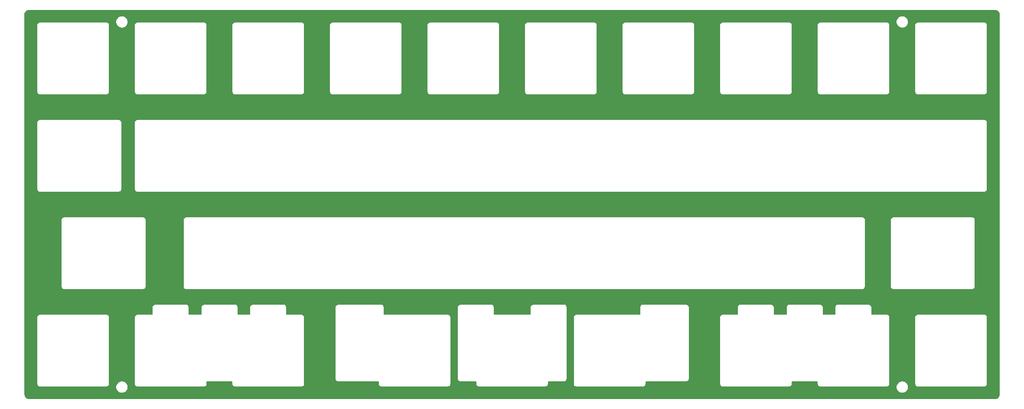
<source format=gtl>
%TF.GenerationSoftware,KiCad,Pcbnew,7.0.6*%
%TF.CreationDate,2023-10-29T00:27:11-04:00*%
%TF.ProjectId,dual-stagger-good-delivery-plate,6475616c-2d73-4746-9167-6765722d676f,rev?*%
%TF.SameCoordinates,PX3318a14PY7a102be*%
%TF.FileFunction,Copper,L1,Top*%
%TF.FilePolarity,Positive*%
%FSLAX46Y46*%
G04 Gerber Fmt 4.6, Leading zero omitted, Abs format (unit mm)*
G04 Created by KiCad (PCBNEW 7.0.6) date 2023-10-29 00:27:11*
%MOMM*%
%LPD*%
G01*
G04 APERTURE LIST*
G04 APERTURE END LIST*
%TA.AperFunction,NonConductor*%
G36*
X189502314Y76199325D02*
G01*
X189589272Y76192747D01*
X189638247Y76189042D01*
X189665565Y76183847D01*
X189738073Y76161395D01*
X189915821Y76106356D01*
X189948506Y76090691D01*
X190157160Y75949887D01*
X190183454Y75926005D01*
X190227355Y75872781D01*
X190343248Y75732274D01*
X190361843Y75701560D01*
X190461390Y75465530D01*
X190470164Y75432842D01*
X190499013Y75203832D01*
X190499500Y75196075D01*
X190499500Y1002367D01*
X190499323Y997687D01*
X190489036Y861754D01*
X190483841Y834434D01*
X190406351Y584177D01*
X190390687Y551495D01*
X190249881Y342839D01*
X190225996Y316542D01*
X190032267Y156751D01*
X190001553Y138156D01*
X189765523Y38610D01*
X189732835Y29836D01*
X189503827Y987D01*
X189496070Y500D01*
X1587599Y500D01*
X1002365Y501D01*
X997685Y678D01*
X861751Y10965D01*
X834433Y16159D01*
X584171Y93651D01*
X551494Y109313D01*
X342834Y250122D01*
X316541Y274004D01*
X243962Y361997D01*
X156748Y467734D01*
X138153Y498448D01*
X38607Y734478D01*
X29833Y767168D01*
X987Y996176D01*
X500Y1003932D01*
X500Y2381250D01*
X17944785Y2381250D01*
X17963602Y2178168D01*
X18019417Y1982003D01*
X18019422Y1981990D01*
X18110327Y1799429D01*
X18233237Y1636669D01*
X18383958Y1499270D01*
X18383960Y1499268D01*
X18510148Y1421137D01*
X18557363Y1391902D01*
X18588863Y1379699D01*
X18591927Y1378406D01*
X18592002Y1378380D01*
X18592004Y1378379D01*
X18593021Y1378027D01*
X18594499Y1377515D01*
X18672885Y1347149D01*
X18747544Y1318226D01*
X18780395Y1312085D01*
X18783608Y1311396D01*
X18790070Y1309828D01*
X18790075Y1309826D01*
X18790079Y1309826D01*
X18790081Y1309825D01*
X18800493Y1308328D01*
X18827696Y1303243D01*
X18948024Y1280750D01*
X18948026Y1280750D01*
X18983437Y1280750D01*
X18991643Y1280164D01*
X18991649Y1280278D01*
X18997537Y1279998D01*
X18997541Y1279997D01*
X18997544Y1279998D01*
X18997548Y1279997D01*
X19005954Y1280397D01*
X19005964Y1280395D01*
X19011938Y1280680D01*
X19014891Y1280750D01*
X19151975Y1280750D01*
X19151976Y1280750D01*
X19195198Y1288830D01*
X19203646Y1289815D01*
X19206902Y1289970D01*
X19206904Y1289971D01*
X19208781Y1290060D01*
X19208827Y1290065D01*
X19241914Y1291642D01*
X19272294Y1303242D01*
X19352456Y1318226D01*
X19397381Y1335631D01*
X19405145Y1338064D01*
X19410593Y1339385D01*
X19410596Y1339387D01*
X19413340Y1340052D01*
X19413370Y1340060D01*
X19442586Y1347149D01*
X19468999Y1363375D01*
X19525895Y1385417D01*
X19542635Y1391901D01*
X19542640Y1391904D01*
X19587244Y1419522D01*
X19594092Y1423186D01*
X19601251Y1426455D01*
X19601254Y1426458D01*
X19605575Y1428430D01*
X19607528Y1429322D01*
X19608782Y1429503D01*
X19612029Y1431378D01*
X19629245Y1439240D01*
X19651028Y1459016D01*
X19716041Y1499269D01*
X19758053Y1537569D01*
X19763809Y1542214D01*
X19771985Y1548035D01*
X19771989Y1548040D01*
X19772077Y1548102D01*
X19774906Y1549082D01*
X19781622Y1554900D01*
X19795296Y1564638D01*
X19812053Y1586797D01*
X19866764Y1636671D01*
X19903691Y1685572D01*
X19908278Y1690972D01*
X19911207Y1694047D01*
X19912284Y1695176D01*
X19916302Y1697498D01*
X19924799Y1708301D01*
X19934839Y1718831D01*
X19946455Y1742200D01*
X19989673Y1799429D01*
X20016822Y1853953D01*
X20024339Y1862061D01*
X20025541Y1865063D01*
X20036342Y1886015D01*
X20042993Y1896366D01*
X20049607Y1919795D01*
X20080582Y1982000D01*
X20097598Y2041807D01*
X20104343Y2052500D01*
X20105596Y2058997D01*
X20112240Y2081624D01*
X20115947Y2090885D01*
X20117948Y2113329D01*
X20136397Y2178167D01*
X20143368Y2253405D01*
X20144217Y2259370D01*
X20147510Y2276451D01*
X20147510Y2276456D01*
X20151179Y2295492D01*
X20149173Y2316055D01*
X20155215Y2381250D01*
X170344785Y2381250D01*
X170363602Y2178168D01*
X170419417Y1982003D01*
X170419422Y1981990D01*
X170510327Y1799429D01*
X170633237Y1636669D01*
X170783958Y1499270D01*
X170783960Y1499268D01*
X170910148Y1421137D01*
X170957363Y1391902D01*
X170988863Y1379699D01*
X170991927Y1378406D01*
X170992002Y1378380D01*
X170992004Y1378379D01*
X170993021Y1378027D01*
X170994499Y1377515D01*
X171072885Y1347149D01*
X171147544Y1318226D01*
X171180395Y1312085D01*
X171183608Y1311396D01*
X171190070Y1309828D01*
X171190075Y1309826D01*
X171190079Y1309826D01*
X171190081Y1309825D01*
X171200493Y1308328D01*
X171227696Y1303243D01*
X171348024Y1280750D01*
X171348026Y1280750D01*
X171383437Y1280750D01*
X171391643Y1280164D01*
X171391649Y1280278D01*
X171397537Y1279998D01*
X171397541Y1279997D01*
X171397544Y1279998D01*
X171397548Y1279997D01*
X171405954Y1280397D01*
X171405964Y1280395D01*
X171411938Y1280680D01*
X171414891Y1280750D01*
X171551975Y1280750D01*
X171551976Y1280750D01*
X171595198Y1288830D01*
X171603646Y1289815D01*
X171606902Y1289970D01*
X171606904Y1289971D01*
X171608781Y1290060D01*
X171608827Y1290065D01*
X171641914Y1291642D01*
X171672294Y1303242D01*
X171752456Y1318226D01*
X171797381Y1335631D01*
X171805145Y1338064D01*
X171810593Y1339385D01*
X171810596Y1339387D01*
X171813340Y1340052D01*
X171813370Y1340060D01*
X171842586Y1347149D01*
X171868999Y1363375D01*
X171925895Y1385417D01*
X171942635Y1391901D01*
X171942640Y1391904D01*
X171987244Y1419522D01*
X171994092Y1423186D01*
X172001251Y1426455D01*
X172001254Y1426458D01*
X172005575Y1428430D01*
X172007528Y1429322D01*
X172008782Y1429503D01*
X172012029Y1431378D01*
X172029245Y1439240D01*
X172051028Y1459016D01*
X172116041Y1499269D01*
X172158053Y1537569D01*
X172163809Y1542214D01*
X172171985Y1548035D01*
X172171989Y1548040D01*
X172172077Y1548102D01*
X172174906Y1549082D01*
X172181622Y1554900D01*
X172195296Y1564638D01*
X172212053Y1586797D01*
X172266764Y1636671D01*
X172303691Y1685572D01*
X172308278Y1690972D01*
X172311207Y1694047D01*
X172312284Y1695176D01*
X172316302Y1697498D01*
X172324799Y1708301D01*
X172334839Y1718831D01*
X172346455Y1742200D01*
X172389673Y1799429D01*
X172416822Y1853953D01*
X172424339Y1862061D01*
X172425541Y1865063D01*
X172436342Y1886015D01*
X172442993Y1896366D01*
X172449607Y1919795D01*
X172480582Y1982000D01*
X172497598Y2041807D01*
X172504343Y2052500D01*
X172505596Y2058997D01*
X172512240Y2081624D01*
X172515947Y2090885D01*
X172517948Y2113329D01*
X172536397Y2178167D01*
X172543368Y2253405D01*
X172544217Y2259370D01*
X172547510Y2276451D01*
X172547510Y2276456D01*
X172551179Y2295492D01*
X172549173Y2316055D01*
X172555215Y2381250D01*
X172549173Y2446446D01*
X172552180Y2461817D01*
X172544220Y2503118D01*
X172543368Y2509102D01*
X172536397Y2584333D01*
X172517948Y2649174D01*
X172518091Y2666264D01*
X172512239Y2680881D01*
X172505597Y2703504D01*
X172505152Y2705810D01*
X172497599Y2720692D01*
X172480582Y2780500D01*
X172480581Y2780503D01*
X172480580Y2780506D01*
X172449608Y2842704D01*
X172446365Y2860891D01*
X172436342Y2876488D01*
X172425891Y2896760D01*
X172416824Y2908545D01*
X172389673Y2963071D01*
X172389670Y2963075D01*
X172389669Y2963077D01*
X172346456Y3020301D01*
X172342826Y3029909D01*
X173974222Y3029909D01*
X173974410Y3026503D01*
X173974455Y3024848D01*
X173974839Y3023134D01*
X173974888Y3022874D01*
X173975511Y3020949D01*
X174020646Y2842704D01*
X174030704Y2802981D01*
X174031640Y2794800D01*
X174033436Y2790197D01*
X174034063Y2788230D01*
X174034958Y2786301D01*
X174034988Y2786228D01*
X174035707Y2785173D01*
X174035735Y2785129D01*
X174037031Y2783581D01*
X174040536Y2778886D01*
X174046925Y2773797D01*
X174204995Y2607928D01*
X174210566Y2600484D01*
X174211078Y2600021D01*
X174214233Y2597814D01*
X174215438Y2596922D01*
X174216743Y2596311D01*
X174221183Y2594092D01*
X174221202Y2594086D01*
X174230798Y2592661D01*
X174471045Y2525585D01*
X174473205Y2524831D01*
X174474996Y2524404D01*
X174476244Y2524356D01*
X174478669Y2524498D01*
X187466016Y2524498D01*
X187469798Y2524226D01*
X187473649Y2524419D01*
X187475055Y2524455D01*
X187476422Y2524761D01*
X187480192Y2525511D01*
X187483838Y2526720D01*
X187696395Y2580543D01*
X187704908Y2581472D01*
X187705037Y2581523D01*
X187709157Y2582817D01*
X187711453Y2583899D01*
X187713730Y2584867D01*
X187714828Y2585628D01*
X187716820Y2587306D01*
X187721007Y2590403D01*
X187726192Y2596912D01*
X187891613Y2754556D01*
X187899494Y2760391D01*
X187901915Y2763845D01*
X187903115Y2765440D01*
X187903951Y2767238D01*
X187905797Y2770881D01*
X187907248Y2780463D01*
X187907260Y2780506D01*
X187974355Y3020824D01*
X187975112Y3022969D01*
X187975588Y3024904D01*
X187975656Y3026765D01*
X187975502Y3029118D01*
X187975502Y4033466D01*
X187975503Y16016031D01*
X187975775Y16019797D01*
X187975582Y16023643D01*
X187975546Y16025044D01*
X187975249Y16026365D01*
X187974450Y16030360D01*
X187973241Y16033990D01*
X187919601Y16245827D01*
X187918720Y16254260D01*
X187916592Y16259728D01*
X187915763Y16262347D01*
X187915208Y16263666D01*
X187914819Y16264232D01*
X187912898Y16266519D01*
X187909537Y16271022D01*
X187903172Y16276102D01*
X187745903Y16441131D01*
X187740518Y16448484D01*
X187738750Y16450086D01*
X187735753Y16452194D01*
X187734572Y16453073D01*
X187733241Y16453705D01*
X187729878Y16455409D01*
X187729025Y16455715D01*
X187720002Y16457116D01*
X187478803Y16524457D01*
X187476565Y16525231D01*
X187475045Y16525592D01*
X187473760Y16525641D01*
X187471336Y16525498D01*
X174483990Y16525498D01*
X174480207Y16525771D01*
X174476357Y16525577D01*
X174474854Y16525539D01*
X174473247Y16525187D01*
X174473044Y16525149D01*
X174471111Y16524530D01*
X174253527Y16469435D01*
X174245435Y16468546D01*
X174239719Y16466355D01*
X174237669Y16465697D01*
X174236390Y16465140D01*
X174235555Y16464577D01*
X174233855Y16463156D01*
X174228866Y16459397D01*
X174223892Y16453164D01*
X174058393Y16295447D01*
X174051612Y16290426D01*
X174049486Y16287732D01*
X174048173Y16286273D01*
X174046950Y16284532D01*
X174045825Y16282276D01*
X174045189Y16280506D01*
X174044052Y16277921D01*
X174042795Y16269678D01*
X173975499Y16028638D01*
X173974708Y16026333D01*
X173974391Y16024986D01*
X173974365Y16024360D01*
X173974502Y16021735D01*
X173974502Y3033848D01*
X173974222Y3029909D01*
X172342826Y3029909D01*
X172339456Y3038830D01*
X172324797Y3054203D01*
X172318144Y3062662D01*
X172312316Y3067293D01*
X172308299Y3071506D01*
X172303692Y3076928D01*
X172293043Y3091030D01*
X172266766Y3125828D01*
X172266764Y3125830D01*
X172212055Y3175703D01*
X172201101Y3193731D01*
X172181623Y3207601D01*
X172176369Y3212154D01*
X172172065Y3214408D01*
X172163832Y3220272D01*
X172158024Y3224959D01*
X172143766Y3237957D01*
X172116041Y3263231D01*
X172116034Y3263235D01*
X172116032Y3263237D01*
X172051029Y3303485D01*
X172036113Y3320126D01*
X172012029Y3331124D01*
X172009533Y3332565D01*
X172007586Y3333153D01*
X171994104Y3339310D01*
X171987214Y3342997D01*
X171942637Y3370598D01*
X171896282Y3388556D01*
X171868993Y3399128D01*
X171850320Y3413478D01*
X171810264Y3423195D01*
X171808216Y3423692D01*
X171805155Y3424435D01*
X171797370Y3426875D01*
X171766645Y3438777D01*
X171752456Y3444274D01*
X171752447Y3444276D01*
X171752446Y3444276D01*
X171672284Y3459262D01*
X171650247Y3470467D01*
X171603641Y3472687D01*
X171595191Y3473673D01*
X171551980Y3481750D01*
X171551976Y3481750D01*
X171414834Y3481750D01*
X171411884Y3481820D01*
X171397540Y3482504D01*
X171391649Y3482222D01*
X171391643Y3482337D01*
X171383437Y3481750D01*
X171348024Y3481750D01*
X171304816Y3473673D01*
X171200491Y3454172D01*
X171190072Y3452674D01*
X171183593Y3451102D01*
X171180373Y3450411D01*
X171147548Y3444275D01*
X171147538Y3444273D01*
X170994496Y3384984D01*
X170991915Y3384091D01*
X170988811Y3382782D01*
X170957363Y3370599D01*
X170957361Y3370598D01*
X170783957Y3263230D01*
X170633237Y3125832D01*
X170510327Y2963072D01*
X170419422Y2780511D01*
X170419417Y2780498D01*
X170363602Y2584333D01*
X170344785Y2381251D01*
X170344785Y2381250D01*
X20155215Y2381250D01*
X20149173Y2446446D01*
X20152180Y2461817D01*
X20144220Y2503118D01*
X20143368Y2509102D01*
X20136397Y2584333D01*
X20117948Y2649174D01*
X20118091Y2666264D01*
X20112239Y2680881D01*
X20105597Y2703504D01*
X20105152Y2705810D01*
X20097599Y2720692D01*
X20080582Y2780500D01*
X20080581Y2780503D01*
X20080580Y2780506D01*
X20049608Y2842704D01*
X20046365Y2860891D01*
X20036342Y2876488D01*
X20025891Y2896760D01*
X20016824Y2908545D01*
X19989673Y2963071D01*
X19989670Y2963075D01*
X19989669Y2963077D01*
X19946456Y3020301D01*
X19939456Y3038830D01*
X19924797Y3054203D01*
X19918144Y3062662D01*
X19912316Y3067293D01*
X19908299Y3071506D01*
X19903692Y3076928D01*
X19893043Y3091030D01*
X19866766Y3125828D01*
X19866764Y3125830D01*
X19812055Y3175703D01*
X19801101Y3193731D01*
X19781623Y3207601D01*
X19776369Y3212154D01*
X19772065Y3214408D01*
X19763832Y3220272D01*
X19758024Y3224959D01*
X19743766Y3237957D01*
X19716041Y3263231D01*
X19716034Y3263235D01*
X19716032Y3263237D01*
X19651029Y3303485D01*
X19636113Y3320126D01*
X19612029Y3331124D01*
X19609533Y3332565D01*
X19607586Y3333153D01*
X19594104Y3339310D01*
X19587214Y3342997D01*
X19542637Y3370598D01*
X19496282Y3388556D01*
X19468993Y3399128D01*
X19450320Y3413478D01*
X19410264Y3423195D01*
X19408216Y3423692D01*
X19405155Y3424435D01*
X19397370Y3426875D01*
X19366645Y3438777D01*
X19352456Y3444274D01*
X19352447Y3444276D01*
X19352446Y3444276D01*
X19272284Y3459262D01*
X19250247Y3470467D01*
X19203641Y3472687D01*
X19195191Y3473673D01*
X19151980Y3481750D01*
X19151976Y3481750D01*
X19014834Y3481750D01*
X19011884Y3481820D01*
X18997540Y3482504D01*
X18991649Y3482222D01*
X18991643Y3482337D01*
X18983437Y3481750D01*
X18948024Y3481750D01*
X18904816Y3473673D01*
X18800491Y3454172D01*
X18790072Y3452674D01*
X18783593Y3451102D01*
X18780373Y3450411D01*
X18747548Y3444275D01*
X18747538Y3444273D01*
X18594496Y3384984D01*
X18591915Y3384091D01*
X18588811Y3382782D01*
X18557363Y3370599D01*
X18557361Y3370598D01*
X18383957Y3263230D01*
X18233237Y3125832D01*
X18110327Y2963072D01*
X18019422Y2780511D01*
X18019417Y2780498D01*
X17963602Y2584333D01*
X17944785Y2381251D01*
X17944785Y2381250D01*
X500Y2381250D01*
X500Y3030512D01*
X2524249Y3030512D01*
X2524479Y3024963D01*
X2524955Y3022640D01*
X2525499Y3020959D01*
X2570636Y2842704D01*
X2580689Y2803001D01*
X2581625Y2794820D01*
X2583421Y2790217D01*
X2584048Y2788250D01*
X2584943Y2786321D01*
X2584973Y2786248D01*
X2585692Y2785193D01*
X2585720Y2785149D01*
X2587016Y2783601D01*
X2590521Y2778906D01*
X2596910Y2773817D01*
X2754959Y2607970D01*
X2760500Y2600563D01*
X2761109Y2600011D01*
X2764226Y2597829D01*
X2765426Y2596941D01*
X2766728Y2596331D01*
X2771168Y2594112D01*
X2771187Y2594106D01*
X2780783Y2592681D01*
X3021030Y2525605D01*
X3023190Y2524851D01*
X3024981Y2524424D01*
X3026229Y2524376D01*
X3028654Y2524518D01*
X16016001Y2524518D01*
X16019783Y2524246D01*
X16023634Y2524439D01*
X16025040Y2524475D01*
X16026407Y2524781D01*
X16030177Y2525531D01*
X16033823Y2526740D01*
X16246380Y2580563D01*
X16254893Y2581492D01*
X16255022Y2581543D01*
X16259142Y2582837D01*
X16261438Y2583919D01*
X16263715Y2584887D01*
X16264813Y2585648D01*
X16266805Y2587326D01*
X16270992Y2590423D01*
X16276177Y2596932D01*
X16441598Y2754576D01*
X16449479Y2760411D01*
X16451900Y2763865D01*
X16453100Y2765460D01*
X16453936Y2767258D01*
X16455782Y2770901D01*
X16457233Y2780483D01*
X16457239Y2780503D01*
X16524340Y3020844D01*
X16525099Y3022993D01*
X16525594Y3025007D01*
X16525638Y3026114D01*
X16525488Y3028689D01*
X16525488Y16016031D01*
X16525760Y16019812D01*
X16525760Y16019813D01*
X21574225Y16019813D01*
X21574498Y16016032D01*
X21574498Y3028689D01*
X21574347Y3026114D01*
X21574395Y3024925D01*
X21574717Y3023596D01*
X21575539Y3021218D01*
X21642880Y2780019D01*
X21644281Y2770996D01*
X21644587Y2770143D01*
X21646291Y2766780D01*
X21646923Y2765449D01*
X21647802Y2764268D01*
X21649910Y2761271D01*
X21651512Y2759503D01*
X21658865Y2754118D01*
X21823894Y2596849D01*
X21828974Y2590484D01*
X21833477Y2587123D01*
X21835764Y2585202D01*
X21836330Y2584813D01*
X21837649Y2584258D01*
X21840268Y2583429D01*
X21845736Y2581301D01*
X21854169Y2580420D01*
X22066006Y2526780D01*
X22069636Y2525571D01*
X22073631Y2524772D01*
X22074952Y2524475D01*
X22076353Y2524439D01*
X22080203Y2524246D01*
X22083986Y2524518D01*
X35071331Y2524518D01*
X35073755Y2524376D01*
X35074961Y2524422D01*
X35076973Y2524906D01*
X35077091Y2524931D01*
X35079172Y2525666D01*
X35275285Y2580419D01*
X35319477Y2592757D01*
X35329137Y2594215D01*
X35332473Y2595918D01*
X35334612Y2596909D01*
X35336523Y2598352D01*
X35339369Y2600327D01*
X35340152Y2601041D01*
X35345899Y2608890D01*
X35502617Y2773340D01*
X35509248Y2778563D01*
X35512659Y2783166D01*
X35514953Y2785881D01*
X35514993Y2785938D01*
X35515413Y2786700D01*
X35515662Y2787292D01*
X35516658Y2790450D01*
X35518577Y2795351D01*
X35519485Y2803752D01*
X35573276Y3016183D01*
X35574484Y3019826D01*
X35575192Y3023386D01*
X35575547Y3024948D01*
X35575591Y3026523D01*
X35575778Y3029927D01*
X35575498Y3033869D01*
X35575498Y3400108D01*
X35595183Y3467147D01*
X35647987Y3512902D01*
X35699498Y3524108D01*
X40500508Y3524108D01*
X40567547Y3504423D01*
X40613302Y3451619D01*
X40624508Y3400108D01*
X40624508Y3028689D01*
X40624357Y3026114D01*
X40624405Y3024925D01*
X40624727Y3023596D01*
X40625549Y3021218D01*
X40692890Y2780019D01*
X40694291Y2770996D01*
X40694597Y2770143D01*
X40696301Y2766780D01*
X40696933Y2765449D01*
X40697812Y2764268D01*
X40699920Y2761271D01*
X40701522Y2759503D01*
X40708875Y2754118D01*
X40873904Y2596849D01*
X40878984Y2590484D01*
X40883487Y2587123D01*
X40885774Y2585202D01*
X40886340Y2584813D01*
X40887659Y2584258D01*
X40890278Y2583429D01*
X40895746Y2581301D01*
X40904179Y2580420D01*
X41116016Y2526780D01*
X41119646Y2525571D01*
X41123641Y2524772D01*
X41124962Y2524475D01*
X41126363Y2524439D01*
X41130213Y2524246D01*
X41133996Y2524518D01*
X54121341Y2524518D01*
X54123765Y2524376D01*
X54124971Y2524422D01*
X54126983Y2524906D01*
X54127101Y2524931D01*
X54129182Y2525666D01*
X54325295Y2580419D01*
X54369487Y2592757D01*
X54379147Y2594215D01*
X54382483Y2595918D01*
X54384622Y2596909D01*
X54386533Y2598352D01*
X54389379Y2600327D01*
X54390162Y2601041D01*
X54395909Y2608890D01*
X54552627Y2773340D01*
X54559258Y2778563D01*
X54562669Y2783166D01*
X54564963Y2785881D01*
X54565003Y2785938D01*
X54565423Y2786700D01*
X54565672Y2787292D01*
X54566668Y2790450D01*
X54568587Y2795351D01*
X54569495Y2803752D01*
X54623286Y3016183D01*
X54624494Y3019826D01*
X54625202Y3023386D01*
X54625557Y3024948D01*
X54625601Y3026523D01*
X54625788Y3029926D01*
X54625508Y3033868D01*
X54625508Y16021301D01*
X54625650Y16023700D01*
X54625600Y16025033D01*
X54625175Y16026817D01*
X54624421Y16028976D01*
X54557345Y16269223D01*
X54555920Y16278819D01*
X54555914Y16278838D01*
X54553695Y16283278D01*
X54553085Y16284580D01*
X54552197Y16285780D01*
X54550015Y16288897D01*
X54549463Y16289506D01*
X54542056Y16295047D01*
X54376209Y16453096D01*
X54371120Y16459485D01*
X54366425Y16462990D01*
X54364875Y16464287D01*
X54364833Y16464314D01*
X54363778Y16465033D01*
X54363705Y16465063D01*
X54361776Y16465958D01*
X54359809Y16466585D01*
X54355206Y16468381D01*
X54347025Y16469317D01*
X54129098Y16524499D01*
X54129067Y16524507D01*
X54127381Y16525052D01*
X54125074Y16525526D01*
X54122865Y16525634D01*
X54121048Y16525519D01*
X51249508Y16525519D01*
X51182469Y16545204D01*
X51136714Y16598008D01*
X51125508Y16649519D01*
X51125508Y18019410D01*
X60761220Y18019410D01*
X60761493Y18015629D01*
X60761493Y4028286D01*
X60761342Y4025711D01*
X60761390Y4024522D01*
X60761712Y4023193D01*
X60762534Y4020815D01*
X60829875Y3779616D01*
X60831276Y3770593D01*
X60831582Y3769740D01*
X60833286Y3766377D01*
X60833918Y3765046D01*
X60834797Y3763865D01*
X60836905Y3760868D01*
X60838507Y3759100D01*
X60845860Y3753715D01*
X61010889Y3596446D01*
X61015969Y3590081D01*
X61020472Y3586720D01*
X61022759Y3584799D01*
X61023325Y3584410D01*
X61024644Y3583855D01*
X61027263Y3583026D01*
X61032731Y3580898D01*
X61041164Y3580017D01*
X61252992Y3526379D01*
X61257131Y3525001D01*
X61259358Y3524587D01*
X61261859Y3524009D01*
X61264396Y3523972D01*
X61267800Y3523783D01*
X61271965Y3524116D01*
X69075493Y3524116D01*
X69142532Y3504431D01*
X69188287Y3451627D01*
X69199493Y3400116D01*
X69199493Y3028689D01*
X69199342Y3026114D01*
X69199390Y3024925D01*
X69199712Y3023596D01*
X69200534Y3021218D01*
X69267875Y2780019D01*
X69269276Y2770996D01*
X69269582Y2770143D01*
X69271286Y2766780D01*
X69271918Y2765449D01*
X69272797Y2764268D01*
X69274905Y2761271D01*
X69276507Y2759503D01*
X69283860Y2754118D01*
X69448889Y2596849D01*
X69453969Y2590484D01*
X69458472Y2587123D01*
X69460759Y2585202D01*
X69461325Y2584813D01*
X69462644Y2584258D01*
X69465263Y2583429D01*
X69470731Y2581301D01*
X69479164Y2580420D01*
X69691001Y2526780D01*
X69694631Y2525571D01*
X69698626Y2524772D01*
X69699947Y2524475D01*
X69701348Y2524439D01*
X69705198Y2524246D01*
X69708981Y2524518D01*
X82696326Y2524518D01*
X82698750Y2524376D01*
X82699956Y2524422D01*
X82701968Y2524906D01*
X82702086Y2524931D01*
X82704167Y2525666D01*
X82900280Y2580419D01*
X82944472Y2592757D01*
X82954132Y2594215D01*
X82957468Y2595918D01*
X82959607Y2596909D01*
X82961518Y2598352D01*
X82964364Y2600327D01*
X82965147Y2601041D01*
X82970894Y2608890D01*
X83127612Y2773340D01*
X83134243Y2778563D01*
X83137654Y2783166D01*
X83139948Y2785881D01*
X83139988Y2785938D01*
X83140408Y2786700D01*
X83140657Y2787292D01*
X83141653Y2790450D01*
X83143572Y2795351D01*
X83144480Y2803752D01*
X83198271Y3016183D01*
X83199479Y3019826D01*
X83200187Y3023386D01*
X83200542Y3024948D01*
X83200586Y3026523D01*
X83200773Y3029926D01*
X83200493Y3033868D01*
X83200493Y16021301D01*
X83200635Y16023700D01*
X83200585Y16025033D01*
X83200160Y16026817D01*
X83199406Y16028976D01*
X83132330Y16269223D01*
X83130905Y16278819D01*
X83130899Y16278838D01*
X83128680Y16283278D01*
X83128070Y16284580D01*
X83127182Y16285780D01*
X83125000Y16288897D01*
X83124448Y16289506D01*
X83117041Y16295047D01*
X82951194Y16453096D01*
X82946105Y16459485D01*
X82941410Y16462990D01*
X82939860Y16464287D01*
X82939818Y16464314D01*
X82938763Y16465033D01*
X82938690Y16465063D01*
X82936761Y16465958D01*
X82934794Y16466585D01*
X82930191Y16468381D01*
X82922010Y16469317D01*
X82921465Y16469455D01*
X82704042Y16524510D01*
X82702117Y16525133D01*
X82701857Y16525182D01*
X82700143Y16525566D01*
X82698490Y16525611D01*
X82695085Y16525799D01*
X82691142Y16525518D01*
X70299493Y16525500D01*
X70232454Y16545184D01*
X70186699Y16597988D01*
X70175493Y16649500D01*
X70175493Y18019410D01*
X84637230Y18019410D01*
X84637503Y18015629D01*
X84637503Y4028286D01*
X84637352Y4025711D01*
X84637400Y4024522D01*
X84637722Y4023193D01*
X84638544Y4020815D01*
X84705885Y3779616D01*
X84707286Y3770593D01*
X84707592Y3769740D01*
X84709296Y3766377D01*
X84709928Y3765046D01*
X84710807Y3763865D01*
X84712915Y3760868D01*
X84714517Y3759100D01*
X84721870Y3753715D01*
X84886899Y3596446D01*
X84891979Y3590081D01*
X84896482Y3586720D01*
X84898769Y3584799D01*
X84899335Y3584410D01*
X84900654Y3583855D01*
X84903273Y3583026D01*
X84908741Y3580898D01*
X84917174Y3580017D01*
X85129002Y3526379D01*
X85133141Y3525001D01*
X85135368Y3524587D01*
X85137869Y3524009D01*
X85140406Y3523972D01*
X85143810Y3523783D01*
X85147975Y3524116D01*
X88125508Y3524116D01*
X88192547Y3504431D01*
X88238302Y3451627D01*
X88249508Y3400116D01*
X88249508Y3028689D01*
X88249357Y3026114D01*
X88249405Y3024925D01*
X88249727Y3023596D01*
X88250549Y3021218D01*
X88317890Y2780019D01*
X88319291Y2770996D01*
X88319597Y2770143D01*
X88321301Y2766780D01*
X88321933Y2765449D01*
X88322812Y2764268D01*
X88324920Y2761271D01*
X88326522Y2759503D01*
X88333875Y2754118D01*
X88498904Y2596849D01*
X88503984Y2590484D01*
X88508487Y2587123D01*
X88510774Y2585202D01*
X88511340Y2584813D01*
X88512659Y2584258D01*
X88515278Y2583429D01*
X88520746Y2581301D01*
X88529179Y2580420D01*
X88741016Y2526780D01*
X88744646Y2525571D01*
X88748641Y2524772D01*
X88749962Y2524475D01*
X88751363Y2524439D01*
X88755213Y2524246D01*
X88758996Y2524518D01*
X101746341Y2524518D01*
X101748765Y2524376D01*
X101749971Y2524422D01*
X101751983Y2524906D01*
X101752101Y2524931D01*
X101754182Y2525666D01*
X101950295Y2580419D01*
X101994487Y2592757D01*
X102004147Y2594215D01*
X102007483Y2595918D01*
X102009622Y2596909D01*
X102011533Y2598352D01*
X102014379Y2600327D01*
X102015162Y2601041D01*
X102020909Y2608890D01*
X102177627Y2773340D01*
X102184258Y2778563D01*
X102187669Y2783166D01*
X102189963Y2785881D01*
X102190003Y2785938D01*
X102190423Y2786700D01*
X102190672Y2787292D01*
X102191668Y2790450D01*
X102193587Y2795351D01*
X102194495Y2803752D01*
X102248286Y3016183D01*
X102249494Y3019826D01*
X102250202Y3023386D01*
X102250557Y3024948D01*
X102250601Y3026523D01*
X102250788Y3029926D01*
X107299227Y3029926D01*
X107299415Y3026523D01*
X107299460Y3024868D01*
X107299844Y3023154D01*
X107299893Y3022894D01*
X107300516Y3020969D01*
X107345656Y2842704D01*
X107355709Y2803001D01*
X107356645Y2794820D01*
X107358441Y2790217D01*
X107359068Y2788250D01*
X107359963Y2786321D01*
X107359993Y2786248D01*
X107360712Y2785193D01*
X107360740Y2785149D01*
X107362036Y2783601D01*
X107365541Y2778906D01*
X107371930Y2773817D01*
X107529979Y2607970D01*
X107535520Y2600563D01*
X107536129Y2600011D01*
X107539246Y2597829D01*
X107540446Y2596941D01*
X107541748Y2596331D01*
X107546188Y2594112D01*
X107546207Y2594106D01*
X107555803Y2592681D01*
X107796050Y2525605D01*
X107798210Y2524851D01*
X107800001Y2524424D01*
X107801249Y2524376D01*
X107803674Y2524518D01*
X120791021Y2524518D01*
X120794803Y2524246D01*
X120798654Y2524439D01*
X120800060Y2524475D01*
X120801427Y2524781D01*
X120805197Y2525531D01*
X120808843Y2526740D01*
X121021400Y2580563D01*
X121029913Y2581492D01*
X121030042Y2581543D01*
X121034162Y2582837D01*
X121036458Y2583919D01*
X121038735Y2584887D01*
X121039833Y2585648D01*
X121041825Y2587326D01*
X121046012Y2590423D01*
X121051197Y2596932D01*
X121216618Y2754576D01*
X121224499Y2760411D01*
X121226920Y2763865D01*
X121228120Y2765460D01*
X121228956Y2767258D01*
X121230802Y2770901D01*
X121232253Y2780483D01*
X121232259Y2780503D01*
X121299360Y3020844D01*
X121300119Y3022993D01*
X121300614Y3025007D01*
X121300658Y3026114D01*
X121300508Y3028689D01*
X121300508Y3029926D01*
X135874212Y3029926D01*
X135874400Y3026523D01*
X135874445Y3024868D01*
X135874829Y3023154D01*
X135874878Y3022894D01*
X135875501Y3020969D01*
X135920641Y2842704D01*
X135930694Y2803001D01*
X135931630Y2794820D01*
X135933426Y2790217D01*
X135934053Y2788250D01*
X135934948Y2786321D01*
X135934978Y2786248D01*
X135935697Y2785193D01*
X135935725Y2785149D01*
X135937021Y2783601D01*
X135940526Y2778906D01*
X135946915Y2773817D01*
X136104964Y2607970D01*
X136110505Y2600563D01*
X136111114Y2600011D01*
X136114231Y2597829D01*
X136115431Y2596941D01*
X136116733Y2596331D01*
X136121173Y2594112D01*
X136121192Y2594106D01*
X136130788Y2592681D01*
X136371035Y2525605D01*
X136373195Y2524851D01*
X136374986Y2524424D01*
X136376234Y2524376D01*
X136378659Y2524518D01*
X149366006Y2524518D01*
X149369788Y2524246D01*
X149373639Y2524439D01*
X149375045Y2524475D01*
X149376412Y2524781D01*
X149380182Y2525531D01*
X149383828Y2526740D01*
X149596385Y2580563D01*
X149604898Y2581492D01*
X149605027Y2581543D01*
X149609147Y2582837D01*
X149611443Y2583919D01*
X149613720Y2584887D01*
X149614818Y2585648D01*
X149616810Y2587326D01*
X149620997Y2590423D01*
X149626182Y2596932D01*
X149791603Y2754576D01*
X149799484Y2760411D01*
X149801905Y2763865D01*
X149803105Y2765460D01*
X149803941Y2767258D01*
X149805787Y2770901D01*
X149807238Y2780483D01*
X149807244Y2780503D01*
X149874345Y3020844D01*
X149875104Y3022993D01*
X149875599Y3025007D01*
X149875643Y3026114D01*
X149875493Y3028689D01*
X149875493Y3400108D01*
X149895178Y3467147D01*
X149947982Y3512902D01*
X149999493Y3524108D01*
X154800503Y3524108D01*
X154867542Y3504423D01*
X154913297Y3451619D01*
X154924503Y3400108D01*
X154924503Y3033869D01*
X154924222Y3029927D01*
X154924410Y3026523D01*
X154924455Y3024868D01*
X154924839Y3023154D01*
X154924888Y3022894D01*
X154925511Y3020969D01*
X154970651Y2842704D01*
X154980704Y2803001D01*
X154981640Y2794820D01*
X154983436Y2790217D01*
X154984063Y2788250D01*
X154984958Y2786321D01*
X154984988Y2786248D01*
X154985707Y2785193D01*
X154985735Y2785149D01*
X154987031Y2783601D01*
X154990536Y2778906D01*
X154996925Y2773817D01*
X155154974Y2607970D01*
X155160515Y2600563D01*
X155161124Y2600011D01*
X155164241Y2597829D01*
X155165441Y2596941D01*
X155166743Y2596331D01*
X155171183Y2594112D01*
X155171202Y2594106D01*
X155180798Y2592681D01*
X155421045Y2525605D01*
X155423205Y2524851D01*
X155424996Y2524424D01*
X155426244Y2524376D01*
X155428669Y2524518D01*
X168416016Y2524518D01*
X168419798Y2524246D01*
X168423649Y2524439D01*
X168425055Y2524475D01*
X168426422Y2524781D01*
X168430192Y2525531D01*
X168433838Y2526740D01*
X168646395Y2580563D01*
X168654908Y2581492D01*
X168655037Y2581543D01*
X168659157Y2582837D01*
X168661453Y2583919D01*
X168663730Y2584887D01*
X168664828Y2585648D01*
X168666820Y2587326D01*
X168671007Y2590423D01*
X168676192Y2596932D01*
X168841613Y2754576D01*
X168849494Y2760411D01*
X168851915Y2763865D01*
X168853115Y2765460D01*
X168853951Y2767258D01*
X168855797Y2770901D01*
X168857248Y2780483D01*
X168857254Y2780503D01*
X168924355Y3020844D01*
X168925112Y3022989D01*
X168925588Y3024924D01*
X168925656Y3026785D01*
X168925502Y3029138D01*
X168925502Y4033466D01*
X168925502Y16016045D01*
X168925775Y16019817D01*
X168925582Y16023663D01*
X168925546Y16025064D01*
X168925249Y16026385D01*
X168924450Y16030380D01*
X168923241Y16034010D01*
X168869601Y16245847D01*
X168868720Y16254280D01*
X168866592Y16259748D01*
X168865763Y16262367D01*
X168865208Y16263686D01*
X168864819Y16264252D01*
X168862898Y16266539D01*
X168859537Y16271042D01*
X168853172Y16276122D01*
X168695903Y16441151D01*
X168690518Y16448504D01*
X168688750Y16450106D01*
X168685753Y16452214D01*
X168684572Y16453093D01*
X168683241Y16453725D01*
X168679878Y16455429D01*
X168679025Y16455735D01*
X168670002Y16457136D01*
X168428802Y16524477D01*
X168426927Y16525125D01*
X168425081Y16525524D01*
X168423738Y16525620D01*
X168421790Y16525519D01*
X165549488Y16525519D01*
X165482449Y16545204D01*
X165436694Y16598008D01*
X165425488Y16649519D01*
X165425488Y18015623D01*
X165425760Y18019404D01*
X165425567Y18023255D01*
X165425531Y18024656D01*
X165425234Y18025977D01*
X165424435Y18029972D01*
X165423226Y18033602D01*
X165369586Y18245439D01*
X165368705Y18253872D01*
X165366577Y18259340D01*
X165365748Y18261959D01*
X165365193Y18263278D01*
X165364804Y18263844D01*
X165362883Y18266131D01*
X165359522Y18270634D01*
X165353157Y18275714D01*
X165195886Y18440746D01*
X165190503Y18448096D01*
X165188735Y18449698D01*
X165185738Y18451806D01*
X165184557Y18452685D01*
X165183226Y18453317D01*
X165179863Y18455021D01*
X165179010Y18455327D01*
X165169987Y18456728D01*
X164928788Y18524069D01*
X164926550Y18524843D01*
X164925030Y18525204D01*
X164923745Y18525253D01*
X164921321Y18525110D01*
X158933975Y18525110D01*
X158930192Y18525383D01*
X158926342Y18525189D01*
X158924839Y18525151D01*
X158923232Y18524799D01*
X158923029Y18524761D01*
X158921096Y18524142D01*
X158703512Y18469047D01*
X158695420Y18468158D01*
X158689704Y18465967D01*
X158687654Y18465309D01*
X158686375Y18464752D01*
X158685540Y18464189D01*
X158683840Y18462768D01*
X158678851Y18459009D01*
X158673877Y18452776D01*
X158508378Y18295059D01*
X158501597Y18290038D01*
X158499471Y18287344D01*
X158498158Y18285885D01*
X158496935Y18284144D01*
X158495810Y18281888D01*
X158495174Y18280118D01*
X158494037Y18277533D01*
X158492780Y18269290D01*
X158425484Y18028250D01*
X158424692Y18025941D01*
X158424397Y18024694D01*
X158424345Y18023291D01*
X158424488Y18020892D01*
X158424488Y16649519D01*
X158404803Y16582480D01*
X158351999Y16536725D01*
X158300488Y16525519D01*
X156024498Y16525519D01*
X155957459Y16545204D01*
X155911704Y16598008D01*
X155900498Y16649519D01*
X155900498Y18015623D01*
X155900770Y18019404D01*
X155900577Y18023255D01*
X155900541Y18024656D01*
X155900244Y18025977D01*
X155899445Y18029972D01*
X155898236Y18033602D01*
X155844596Y18245439D01*
X155843715Y18253872D01*
X155841587Y18259340D01*
X155840758Y18261959D01*
X155840203Y18263278D01*
X155839814Y18263844D01*
X155837893Y18266131D01*
X155834532Y18270634D01*
X155828167Y18275714D01*
X155670896Y18440746D01*
X155665513Y18448096D01*
X155663745Y18449698D01*
X155660748Y18451806D01*
X155659567Y18452685D01*
X155658236Y18453317D01*
X155654873Y18455021D01*
X155654020Y18455327D01*
X155644997Y18456728D01*
X155403798Y18524069D01*
X155401560Y18524843D01*
X155400040Y18525204D01*
X155398755Y18525253D01*
X155396331Y18525110D01*
X149408985Y18525110D01*
X149405202Y18525383D01*
X149401352Y18525189D01*
X149399849Y18525151D01*
X149398242Y18524799D01*
X149398039Y18524761D01*
X149396106Y18524142D01*
X149178522Y18469047D01*
X149170430Y18468158D01*
X149164714Y18465967D01*
X149162664Y18465309D01*
X149161385Y18464752D01*
X149160550Y18464189D01*
X149158850Y18462768D01*
X149153861Y18459009D01*
X149148887Y18452776D01*
X148983388Y18295059D01*
X148976607Y18290038D01*
X148974481Y18287344D01*
X148973168Y18285885D01*
X148971945Y18284144D01*
X148970820Y18281888D01*
X148970184Y18280118D01*
X148969047Y18277533D01*
X148967790Y18269290D01*
X148900494Y18028250D01*
X148899702Y18025941D01*
X148899407Y18024694D01*
X148899355Y18023291D01*
X148899498Y18020892D01*
X148899498Y16649519D01*
X148879813Y16582480D01*
X148827009Y16536725D01*
X148775498Y16525519D01*
X146499493Y16525519D01*
X146432454Y16545204D01*
X146386699Y16598008D01*
X146375493Y16649519D01*
X146375493Y18015623D01*
X146375765Y18019404D01*
X146375572Y18023255D01*
X146375536Y18024656D01*
X146375239Y18025977D01*
X146374440Y18029972D01*
X146373231Y18033602D01*
X146319591Y18245439D01*
X146318710Y18253872D01*
X146316582Y18259340D01*
X146315753Y18261959D01*
X146315198Y18263278D01*
X146314809Y18263844D01*
X146312888Y18266131D01*
X146309527Y18270634D01*
X146303162Y18275714D01*
X146145891Y18440746D01*
X146140508Y18448096D01*
X146138740Y18449698D01*
X146135743Y18451806D01*
X146134562Y18452685D01*
X146133231Y18453317D01*
X146129868Y18455021D01*
X146129015Y18455327D01*
X146119992Y18456728D01*
X145878793Y18524069D01*
X145876555Y18524843D01*
X145875035Y18525204D01*
X145873750Y18525253D01*
X145871326Y18525110D01*
X139883980Y18525110D01*
X139880197Y18525383D01*
X139876347Y18525189D01*
X139874844Y18525151D01*
X139873237Y18524799D01*
X139873034Y18524761D01*
X139871101Y18524142D01*
X139653517Y18469047D01*
X139645425Y18468158D01*
X139639709Y18465967D01*
X139637659Y18465309D01*
X139636380Y18464752D01*
X139635545Y18464189D01*
X139633845Y18462768D01*
X139628856Y18459009D01*
X139623882Y18452776D01*
X139458383Y18295059D01*
X139451602Y18290038D01*
X139449476Y18287344D01*
X139448163Y18285885D01*
X139446940Y18284144D01*
X139445815Y18281888D01*
X139445179Y18280118D01*
X139444042Y18277533D01*
X139442785Y18269290D01*
X139375489Y18028250D01*
X139374697Y18025941D01*
X139374402Y18024694D01*
X139374350Y18023291D01*
X139374493Y18020892D01*
X139374493Y16649519D01*
X139354808Y16582480D01*
X139302004Y16536725D01*
X139250493Y16525519D01*
X136379012Y16525519D01*
X136377263Y16525632D01*
X136374932Y16525527D01*
X136372807Y16525096D01*
X136371099Y16524549D01*
X136153517Y16469455D01*
X136145425Y16468566D01*
X136139709Y16466375D01*
X136137659Y16465717D01*
X136136380Y16465160D01*
X136135545Y16464597D01*
X136133845Y16463176D01*
X136128856Y16459417D01*
X136123882Y16453184D01*
X135958383Y16295467D01*
X135951602Y16290446D01*
X135949476Y16287752D01*
X135948163Y16286293D01*
X135946940Y16284552D01*
X135945815Y16282296D01*
X135945179Y16280526D01*
X135944042Y16277941D01*
X135942785Y16269698D01*
X135875489Y16028658D01*
X135874697Y16026349D01*
X135874402Y16025102D01*
X135874350Y16023699D01*
X135874493Y16021300D01*
X135874493Y3033868D01*
X135874212Y3029926D01*
X121300508Y3029926D01*
X121300508Y3400116D01*
X121320193Y3467155D01*
X121372997Y3512910D01*
X121424508Y3524116D01*
X129228190Y3524116D01*
X129232530Y3523774D01*
X129235441Y3523950D01*
X129238194Y3523997D01*
X129240917Y3524635D01*
X129242714Y3524967D01*
X129246848Y3526338D01*
X129459400Y3580160D01*
X129467913Y3581089D01*
X129468042Y3581140D01*
X129472162Y3582434D01*
X129474458Y3583516D01*
X129476735Y3584484D01*
X129477833Y3585245D01*
X129479825Y3586923D01*
X129484012Y3590020D01*
X129489197Y3596529D01*
X129654618Y3754173D01*
X129662499Y3760008D01*
X129664920Y3763462D01*
X129666120Y3765057D01*
X129666956Y3766855D01*
X129668802Y3770498D01*
X129670253Y3780080D01*
X129671998Y3786331D01*
X129737360Y4020441D01*
X129738119Y4022590D01*
X129738614Y4024604D01*
X129738658Y4025711D01*
X129738508Y4028286D01*
X129738508Y18015628D01*
X129738780Y18019409D01*
X129738587Y18023260D01*
X129738551Y18024661D01*
X129738254Y18025982D01*
X129737455Y18029977D01*
X129736246Y18033609D01*
X129682606Y18245444D01*
X129681725Y18253877D01*
X129679597Y18259345D01*
X129678768Y18261964D01*
X129678213Y18263283D01*
X129677824Y18263849D01*
X129675903Y18266136D01*
X129672542Y18270639D01*
X129666177Y18275719D01*
X129508908Y18440748D01*
X129503523Y18448101D01*
X129501755Y18449703D01*
X129498758Y18451811D01*
X129497577Y18452690D01*
X129496246Y18453322D01*
X129492883Y18455026D01*
X129492030Y18455332D01*
X129483007Y18456733D01*
X129241808Y18524074D01*
X129239570Y18524848D01*
X129238050Y18525209D01*
X129236765Y18525258D01*
X129234341Y18525115D01*
X120833995Y18525115D01*
X120830212Y18525388D01*
X120826362Y18525194D01*
X120824859Y18525156D01*
X120823252Y18524804D01*
X120823049Y18524766D01*
X120821116Y18524147D01*
X120603532Y18469052D01*
X120595440Y18468163D01*
X120589724Y18465972D01*
X120587674Y18465314D01*
X120586395Y18464757D01*
X120585560Y18464194D01*
X120583860Y18462773D01*
X120578871Y18459014D01*
X120573897Y18452781D01*
X120408398Y18295064D01*
X120401617Y18290043D01*
X120399491Y18287349D01*
X120398178Y18285890D01*
X120396955Y18284149D01*
X120395830Y18281893D01*
X120395194Y18280123D01*
X120394057Y18277538D01*
X120392800Y18269295D01*
X120325504Y18028255D01*
X120324712Y18025946D01*
X120324417Y18024699D01*
X120324365Y18023296D01*
X120324508Y18020897D01*
X120324508Y16649500D01*
X120304823Y16582461D01*
X120252019Y16536706D01*
X120200508Y16525500D01*
X107808994Y16525518D01*
X107805213Y16525791D01*
X107801362Y16525597D01*
X107799859Y16525559D01*
X107798252Y16525207D01*
X107798049Y16525169D01*
X107796116Y16524550D01*
X107578532Y16469455D01*
X107570440Y16468566D01*
X107564724Y16466375D01*
X107562674Y16465717D01*
X107561395Y16465160D01*
X107560560Y16464597D01*
X107558860Y16463176D01*
X107553871Y16459417D01*
X107548897Y16453184D01*
X107383398Y16295467D01*
X107376617Y16290446D01*
X107374491Y16287752D01*
X107373178Y16286293D01*
X107371955Y16284552D01*
X107370830Y16282296D01*
X107370194Y16280526D01*
X107369057Y16277941D01*
X107367800Y16269698D01*
X107300504Y16028658D01*
X107299712Y16026349D01*
X107299417Y16025102D01*
X107299365Y16023699D01*
X107299508Y16021300D01*
X107299508Y3033868D01*
X107299227Y3029926D01*
X102250788Y3029926D01*
X102250788Y3029927D01*
X102250508Y3033869D01*
X102250508Y3400116D01*
X102270193Y3467155D01*
X102322997Y3512910D01*
X102374508Y3524116D01*
X105357884Y3524116D01*
X105361488Y3523879D01*
X105362766Y3524058D01*
X105366184Y3525264D01*
X105606482Y3592354D01*
X105616142Y3593812D01*
X105619478Y3595515D01*
X105621617Y3596506D01*
X105623528Y3597949D01*
X105626374Y3599924D01*
X105627157Y3600638D01*
X105632904Y3608487D01*
X105789622Y3772937D01*
X105796253Y3778160D01*
X105799664Y3782763D01*
X105801958Y3785478D01*
X105801998Y3785535D01*
X105802418Y3786297D01*
X105802667Y3786889D01*
X105803663Y3790047D01*
X105805582Y3794948D01*
X105806490Y3803349D01*
X105860281Y4015780D01*
X105861489Y4019423D01*
X105862197Y4022983D01*
X105862552Y4024545D01*
X105862596Y4026120D01*
X105862783Y4029521D01*
X105862502Y4033452D01*
X105862502Y18020441D01*
X105862648Y18022635D01*
X105862646Y18022675D01*
X105862576Y18024710D01*
X105862170Y18026413D01*
X105861416Y18028575D01*
X105794340Y18268820D01*
X105792915Y18278416D01*
X105792909Y18278435D01*
X105790690Y18282875D01*
X105790080Y18284177D01*
X105789192Y18285377D01*
X105787010Y18288494D01*
X105786458Y18289103D01*
X105779051Y18294644D01*
X105613204Y18452693D01*
X105608115Y18459082D01*
X105603420Y18462587D01*
X105601870Y18463884D01*
X105601828Y18463911D01*
X105600773Y18464630D01*
X105600700Y18464660D01*
X105598771Y18465555D01*
X105596804Y18466182D01*
X105592201Y18467978D01*
X105584020Y18468914D01*
X105583475Y18469052D01*
X105366052Y18524107D01*
X105364131Y18524728D01*
X105363660Y18524818D01*
X105362123Y18525157D01*
X105360649Y18525194D01*
X105356798Y18525388D01*
X105353016Y18525115D01*
X99365670Y18525115D01*
X99363245Y18525258D01*
X99361933Y18525208D01*
X99360667Y18524909D01*
X99358363Y18524119D01*
X99117271Y18456808D01*
X99108995Y18455542D01*
X99106478Y18454430D01*
X99104786Y18453819D01*
X99102474Y18452671D01*
X99100595Y18451335D01*
X99099228Y18450105D01*
X99096915Y18448282D01*
X99091947Y18441636D01*
X98933883Y18275773D01*
X98927567Y18270738D01*
X98924009Y18265993D01*
X98922693Y18264426D01*
X98922690Y18264420D01*
X98921850Y18263180D01*
X98921377Y18262103D01*
X98920734Y18260115D01*
X98918569Y18254437D01*
X98917671Y18246509D01*
X98862843Y18029972D01*
X98862472Y18028508D01*
X98861851Y18026569D01*
X98861814Y18026371D01*
X98861462Y18024764D01*
X98861424Y18023261D01*
X98861230Y18019410D01*
X98861503Y18015629D01*
X98861503Y16649521D01*
X98841818Y16582482D01*
X98789014Y16536727D01*
X98737503Y16525521D01*
X91762503Y16525521D01*
X91695464Y16545206D01*
X91649709Y16598010D01*
X91638503Y16649521D01*
X91638503Y18020898D01*
X91638645Y18023297D01*
X91638595Y18024630D01*
X91638170Y18026414D01*
X91637416Y18028575D01*
X91570340Y18268820D01*
X91568915Y18278416D01*
X91568909Y18278435D01*
X91566690Y18282875D01*
X91566080Y18284177D01*
X91565192Y18285377D01*
X91563010Y18288494D01*
X91562458Y18289103D01*
X91555051Y18294644D01*
X91389204Y18452693D01*
X91384115Y18459082D01*
X91379420Y18462587D01*
X91377870Y18463884D01*
X91377828Y18463911D01*
X91376773Y18464630D01*
X91376700Y18464660D01*
X91374771Y18465555D01*
X91372804Y18466182D01*
X91368201Y18467978D01*
X91360020Y18468914D01*
X91359475Y18469052D01*
X91142052Y18524107D01*
X91140131Y18524728D01*
X91139660Y18524818D01*
X91138123Y18525157D01*
X91136649Y18525194D01*
X91132798Y18525388D01*
X91129016Y18525115D01*
X85141670Y18525115D01*
X85139245Y18525258D01*
X85137933Y18525208D01*
X85136667Y18524909D01*
X85134363Y18524119D01*
X84893271Y18456808D01*
X84884995Y18455542D01*
X84882478Y18454430D01*
X84880786Y18453819D01*
X84878474Y18452671D01*
X84876595Y18451335D01*
X84875228Y18450105D01*
X84872915Y18448282D01*
X84867947Y18441636D01*
X84709883Y18275773D01*
X84703567Y18270738D01*
X84700009Y18265993D01*
X84698693Y18264426D01*
X84698690Y18264420D01*
X84697850Y18263180D01*
X84697377Y18262103D01*
X84696734Y18260115D01*
X84694569Y18254437D01*
X84693671Y18246509D01*
X84638843Y18029972D01*
X84638472Y18028508D01*
X84637851Y18026569D01*
X84637814Y18026371D01*
X84637462Y18024764D01*
X84637424Y18023261D01*
X84637230Y18019410D01*
X70175493Y18019410D01*
X70175493Y18020898D01*
X70175635Y18023297D01*
X70175585Y18024630D01*
X70175160Y18026414D01*
X70174406Y18028575D01*
X70107330Y18268820D01*
X70105905Y18278416D01*
X70105899Y18278435D01*
X70103680Y18282875D01*
X70103070Y18284177D01*
X70102182Y18285377D01*
X70100000Y18288494D01*
X70099448Y18289103D01*
X70092041Y18294644D01*
X69926194Y18452693D01*
X69921105Y18459082D01*
X69916410Y18462587D01*
X69914860Y18463884D01*
X69914818Y18463911D01*
X69913763Y18464630D01*
X69913690Y18464660D01*
X69911761Y18465555D01*
X69909794Y18466182D01*
X69905191Y18467978D01*
X69897010Y18468914D01*
X69896465Y18469052D01*
X69679042Y18524107D01*
X69677121Y18524728D01*
X69676650Y18524818D01*
X69675113Y18525157D01*
X69673639Y18525194D01*
X69669788Y18525388D01*
X69666006Y18525115D01*
X61265660Y18525115D01*
X61263235Y18525258D01*
X61261923Y18525208D01*
X61260657Y18524909D01*
X61258353Y18524119D01*
X61017261Y18456808D01*
X61008985Y18455542D01*
X61006468Y18454430D01*
X61004776Y18453819D01*
X61002464Y18452671D01*
X61000585Y18451335D01*
X60999218Y18450105D01*
X60996905Y18448282D01*
X60991937Y18441636D01*
X60833873Y18275773D01*
X60827557Y18270738D01*
X60823999Y18265993D01*
X60822683Y18264426D01*
X60822680Y18264420D01*
X60821840Y18263180D01*
X60821367Y18262103D01*
X60820724Y18260115D01*
X60818559Y18254437D01*
X60817661Y18246509D01*
X60762833Y18029972D01*
X60762462Y18028508D01*
X60761841Y18026569D01*
X60761804Y18026371D01*
X60761452Y18024764D01*
X60761414Y18023261D01*
X60761220Y18019410D01*
X51125508Y18019410D01*
X51125508Y18020893D01*
X51125650Y18023292D01*
X51125600Y18024625D01*
X51125175Y18026409D01*
X51124421Y18028568D01*
X51057345Y18268815D01*
X51055920Y18278411D01*
X51055914Y18278430D01*
X51053695Y18282870D01*
X51053085Y18284172D01*
X51052197Y18285372D01*
X51050015Y18288489D01*
X51049463Y18289098D01*
X51042056Y18294639D01*
X50876209Y18452688D01*
X50871120Y18459077D01*
X50866425Y18462582D01*
X50864875Y18463879D01*
X50864833Y18463906D01*
X50863778Y18464625D01*
X50863705Y18464655D01*
X50861776Y18465550D01*
X50859809Y18466177D01*
X50855206Y18467973D01*
X50847025Y18468909D01*
X50846460Y18469052D01*
X50629057Y18524102D01*
X50627136Y18524723D01*
X50626665Y18524813D01*
X50625128Y18525152D01*
X50623654Y18525189D01*
X50619803Y18525383D01*
X50616021Y18525110D01*
X44628675Y18525110D01*
X44626250Y18525253D01*
X44624938Y18525203D01*
X44623672Y18524904D01*
X44621368Y18524114D01*
X44380276Y18456803D01*
X44372000Y18455537D01*
X44369483Y18454425D01*
X44367791Y18453814D01*
X44365479Y18452666D01*
X44363600Y18451330D01*
X44362233Y18450100D01*
X44359920Y18448277D01*
X44354952Y18441631D01*
X44196888Y18275768D01*
X44190572Y18270733D01*
X44187014Y18265988D01*
X44185698Y18264421D01*
X44185695Y18264415D01*
X44184855Y18263175D01*
X44184382Y18262098D01*
X44183739Y18260110D01*
X44181574Y18254432D01*
X44180676Y18246504D01*
X44125477Y18028503D01*
X44124856Y18026564D01*
X44124819Y18026366D01*
X44124467Y18024759D01*
X44124429Y18023256D01*
X44124235Y18019405D01*
X44124508Y18015624D01*
X44124508Y16649519D01*
X44104823Y16582480D01*
X44052019Y16536725D01*
X44000508Y16525519D01*
X41724503Y16525519D01*
X41657464Y16545204D01*
X41611709Y16598008D01*
X41600503Y16649519D01*
X41600503Y18020893D01*
X41600645Y18023292D01*
X41600595Y18024625D01*
X41600170Y18026409D01*
X41599416Y18028568D01*
X41532340Y18268815D01*
X41530915Y18278411D01*
X41530909Y18278430D01*
X41528690Y18282870D01*
X41528080Y18284172D01*
X41527192Y18285372D01*
X41525010Y18288489D01*
X41524458Y18289098D01*
X41517051Y18294639D01*
X41351204Y18452688D01*
X41346115Y18459077D01*
X41341420Y18462582D01*
X41339870Y18463879D01*
X41339828Y18463906D01*
X41338773Y18464625D01*
X41338700Y18464655D01*
X41336771Y18465550D01*
X41334804Y18466177D01*
X41330201Y18467973D01*
X41322020Y18468909D01*
X41321455Y18469052D01*
X41104052Y18524102D01*
X41102131Y18524723D01*
X41101660Y18524813D01*
X41100123Y18525152D01*
X41098649Y18525189D01*
X41094798Y18525383D01*
X41091016Y18525110D01*
X35103670Y18525110D01*
X35101245Y18525253D01*
X35099933Y18525203D01*
X35098667Y18524904D01*
X35096363Y18524114D01*
X34855271Y18456803D01*
X34846995Y18455537D01*
X34844478Y18454425D01*
X34842786Y18453814D01*
X34840474Y18452666D01*
X34838595Y18451330D01*
X34837228Y18450100D01*
X34834915Y18448277D01*
X34829947Y18441631D01*
X34671883Y18275768D01*
X34665567Y18270733D01*
X34662009Y18265988D01*
X34660693Y18264421D01*
X34660690Y18264415D01*
X34659850Y18263175D01*
X34659377Y18262098D01*
X34658734Y18260110D01*
X34656569Y18254432D01*
X34655671Y18246504D01*
X34600472Y18028503D01*
X34599851Y18026564D01*
X34599814Y18026366D01*
X34599462Y18024759D01*
X34599424Y18023256D01*
X34599230Y18019405D01*
X34599503Y18015624D01*
X34599503Y16649519D01*
X34579818Y16582480D01*
X34527014Y16536725D01*
X34475503Y16525519D01*
X32199513Y16525519D01*
X32132474Y16545204D01*
X32086719Y16598008D01*
X32075513Y16649519D01*
X32075513Y18020893D01*
X32075655Y18023292D01*
X32075605Y18024625D01*
X32075180Y18026409D01*
X32074426Y18028568D01*
X32007350Y18268815D01*
X32005925Y18278411D01*
X32005919Y18278430D01*
X32003700Y18282870D01*
X32003090Y18284172D01*
X32002202Y18285372D01*
X32000020Y18288489D01*
X31999468Y18289098D01*
X31992061Y18294639D01*
X31826214Y18452688D01*
X31821125Y18459077D01*
X31816430Y18462582D01*
X31814880Y18463879D01*
X31814838Y18463906D01*
X31813783Y18464625D01*
X31813710Y18464655D01*
X31811781Y18465550D01*
X31809814Y18466177D01*
X31805211Y18467973D01*
X31797030Y18468909D01*
X31796465Y18469052D01*
X31579062Y18524102D01*
X31577141Y18524723D01*
X31576670Y18524813D01*
X31575133Y18525152D01*
X31573659Y18525189D01*
X31569808Y18525383D01*
X31566026Y18525110D01*
X25578680Y18525110D01*
X25576255Y18525253D01*
X25574943Y18525203D01*
X25573677Y18524904D01*
X25571373Y18524114D01*
X25330281Y18456803D01*
X25322005Y18455537D01*
X25319488Y18454425D01*
X25317796Y18453814D01*
X25315484Y18452666D01*
X25313605Y18451330D01*
X25312238Y18450100D01*
X25309925Y18448277D01*
X25304957Y18441631D01*
X25146893Y18275768D01*
X25140577Y18270733D01*
X25137019Y18265988D01*
X25135703Y18264421D01*
X25135700Y18264415D01*
X25134860Y18263175D01*
X25134387Y18262098D01*
X25133744Y18260110D01*
X25131579Y18254432D01*
X25130681Y18246504D01*
X25075482Y18028503D01*
X25074861Y18026564D01*
X25074824Y18026366D01*
X25074472Y18024759D01*
X25074434Y18023256D01*
X25074240Y18019405D01*
X25074513Y18015624D01*
X25074513Y16649519D01*
X25054828Y16582480D01*
X25002024Y16536725D01*
X24950513Y16525519D01*
X22078261Y16525519D01*
X22076342Y16525619D01*
X22074925Y16525525D01*
X22073226Y16525162D01*
X22071359Y16524522D01*
X21830266Y16457211D01*
X21821990Y16455945D01*
X21819473Y16454833D01*
X21817781Y16454222D01*
X21815469Y16453074D01*
X21813590Y16451738D01*
X21812223Y16450508D01*
X21809910Y16448685D01*
X21804942Y16442039D01*
X21646878Y16276176D01*
X21640562Y16271141D01*
X21637004Y16266396D01*
X21635688Y16264829D01*
X21635685Y16264823D01*
X21634845Y16263583D01*
X21634372Y16262506D01*
X21633729Y16260518D01*
X21631564Y16254840D01*
X21630666Y16246912D01*
X21575467Y16028911D01*
X21574846Y16026972D01*
X21574809Y16026774D01*
X21574457Y16025167D01*
X21574419Y16023664D01*
X21574225Y16019813D01*
X16525760Y16019813D01*
X16525567Y16023663D01*
X16525531Y16025064D01*
X16525234Y16026385D01*
X16524435Y16030380D01*
X16523226Y16034010D01*
X16469586Y16245847D01*
X16468705Y16254280D01*
X16466577Y16259748D01*
X16465748Y16262367D01*
X16465193Y16263686D01*
X16464804Y16264252D01*
X16462883Y16266539D01*
X16459522Y16271042D01*
X16453157Y16276122D01*
X16295888Y16441151D01*
X16290503Y16448504D01*
X16288735Y16450106D01*
X16285738Y16452214D01*
X16284557Y16453093D01*
X16283226Y16453725D01*
X16279863Y16455429D01*
X16279010Y16455735D01*
X16269987Y16457136D01*
X16028788Y16524477D01*
X16026550Y16525251D01*
X16025030Y16525612D01*
X16023745Y16525661D01*
X16021321Y16525518D01*
X3033975Y16525518D01*
X3030192Y16525791D01*
X3026342Y16525597D01*
X3024839Y16525559D01*
X3023232Y16525207D01*
X3023029Y16525169D01*
X3021096Y16524550D01*
X2803512Y16469455D01*
X2795420Y16468566D01*
X2789704Y16466375D01*
X2787654Y16465717D01*
X2786375Y16465160D01*
X2785540Y16464597D01*
X2783840Y16463176D01*
X2778851Y16459417D01*
X2773877Y16453184D01*
X2608378Y16295467D01*
X2601597Y16290446D01*
X2599471Y16287752D01*
X2598158Y16286293D01*
X2596935Y16284552D01*
X2595810Y16282296D01*
X2595174Y16280526D01*
X2594037Y16277941D01*
X2592780Y16269698D01*
X2525484Y16028658D01*
X2524692Y16026349D01*
X2524397Y16025102D01*
X2524345Y16023699D01*
X2524488Y16021300D01*
X2524488Y3033865D01*
X2524249Y3030512D01*
X500Y3030512D01*
X500Y22079929D01*
X7273797Y22079929D01*
X7273985Y22076526D01*
X7274030Y22074871D01*
X7274414Y22073157D01*
X7274463Y22072897D01*
X7275086Y22070972D01*
X7330279Y21853004D01*
X7331215Y21844823D01*
X7333011Y21840220D01*
X7333638Y21838253D01*
X7334533Y21836324D01*
X7334563Y21836251D01*
X7335282Y21835196D01*
X7335310Y21835152D01*
X7336606Y21833604D01*
X7340111Y21828909D01*
X7346500Y21823820D01*
X7504549Y21657973D01*
X7510090Y21650566D01*
X7510699Y21650014D01*
X7513816Y21647832D01*
X7515016Y21646944D01*
X7516318Y21646334D01*
X7520758Y21644115D01*
X7520777Y21644109D01*
X7530373Y21642684D01*
X7770620Y21575608D01*
X7772780Y21574854D01*
X7774571Y21574427D01*
X7775819Y21574379D01*
X7778244Y21574521D01*
X23146591Y21574521D01*
X23150373Y21574249D01*
X23154224Y21574442D01*
X23155630Y21574478D01*
X23156997Y21574784D01*
X23160767Y21575534D01*
X23164413Y21576743D01*
X23376970Y21630566D01*
X23385483Y21631495D01*
X23385612Y21631546D01*
X23389732Y21632840D01*
X23392028Y21633922D01*
X23394305Y21634890D01*
X23395403Y21635651D01*
X23397395Y21637329D01*
X23401582Y21640426D01*
X23406767Y21646935D01*
X23572188Y21804579D01*
X23580069Y21810414D01*
X23582490Y21813868D01*
X23583690Y21815463D01*
X23584526Y21817261D01*
X23586372Y21820904D01*
X23587823Y21830486D01*
X23589120Y21835132D01*
X23654930Y22070847D01*
X23655689Y22072996D01*
X23656184Y22075010D01*
X23656228Y22076117D01*
X23656078Y22078692D01*
X23656078Y22079910D01*
X31098719Y22079910D01*
X31098907Y22076506D01*
X31098952Y22074851D01*
X31099336Y22073137D01*
X31099385Y22072877D01*
X31100006Y22070961D01*
X31155196Y21853004D01*
X31155201Y21852984D01*
X31156137Y21844803D01*
X31157933Y21840200D01*
X31158560Y21838233D01*
X31159455Y21836304D01*
X31159485Y21836231D01*
X31160204Y21835176D01*
X31160232Y21835132D01*
X31161528Y21833584D01*
X31165033Y21828889D01*
X31171422Y21823800D01*
X31329471Y21657953D01*
X31335012Y21650546D01*
X31335621Y21649994D01*
X31338738Y21647812D01*
X31339938Y21646924D01*
X31341240Y21646314D01*
X31345680Y21644095D01*
X31345699Y21644089D01*
X31355295Y21642664D01*
X31595542Y21575588D01*
X31597702Y21574834D01*
X31599493Y21574407D01*
X31600741Y21574359D01*
X31603166Y21574501D01*
X163653513Y21574501D01*
X163657295Y21574229D01*
X163661146Y21574422D01*
X163662552Y21574458D01*
X163663919Y21574764D01*
X163667689Y21575514D01*
X163671335Y21576723D01*
X163883892Y21630546D01*
X163892405Y21631475D01*
X163892534Y21631526D01*
X163896654Y21632820D01*
X163898950Y21633902D01*
X163901227Y21634870D01*
X163902325Y21635631D01*
X163904317Y21637309D01*
X163908504Y21640406D01*
X163913689Y21646915D01*
X164079110Y21804559D01*
X164086991Y21810394D01*
X164089412Y21813848D01*
X164090612Y21815443D01*
X164091448Y21817241D01*
X164093294Y21820884D01*
X164094745Y21830466D01*
X164096394Y21836372D01*
X164161854Y22070832D01*
X164162611Y22072976D01*
X164163106Y22074990D01*
X164163150Y22076097D01*
X164163000Y22078672D01*
X164163000Y22079922D01*
X169211700Y22079922D01*
X169211888Y22076518D01*
X169211933Y22074863D01*
X169212317Y22073149D01*
X169212366Y22072889D01*
X169212989Y22070964D01*
X169268180Y21853004D01*
X169268182Y21852996D01*
X169269118Y21844815D01*
X169270914Y21840212D01*
X169271541Y21838245D01*
X169272436Y21836316D01*
X169272466Y21836243D01*
X169273185Y21835188D01*
X169273213Y21835144D01*
X169274509Y21833596D01*
X169278014Y21828901D01*
X169284403Y21823812D01*
X169442452Y21657965D01*
X169447993Y21650558D01*
X169448602Y21650006D01*
X169451719Y21647824D01*
X169452919Y21646936D01*
X169454221Y21646326D01*
X169458661Y21644107D01*
X169458680Y21644101D01*
X169468276Y21642676D01*
X169708523Y21575600D01*
X169710683Y21574846D01*
X169712474Y21574419D01*
X169713722Y21574371D01*
X169716147Y21574513D01*
X185084494Y21574513D01*
X185088276Y21574241D01*
X185092127Y21574434D01*
X185093533Y21574470D01*
X185094900Y21574776D01*
X185098670Y21575526D01*
X185102316Y21576735D01*
X185314873Y21630558D01*
X185323386Y21631487D01*
X185323515Y21631538D01*
X185327635Y21632832D01*
X185329931Y21633914D01*
X185332208Y21634882D01*
X185333306Y21635643D01*
X185335298Y21637321D01*
X185339485Y21640418D01*
X185344670Y21646927D01*
X185510091Y21804571D01*
X185517972Y21810406D01*
X185520393Y21813860D01*
X185521593Y21815455D01*
X185522429Y21817253D01*
X185524275Y21820896D01*
X185525726Y21830478D01*
X185527329Y21836218D01*
X185592834Y22070840D01*
X185593592Y22072988D01*
X185594087Y22075002D01*
X185594131Y22076109D01*
X185593981Y22078684D01*
X185593981Y35066026D01*
X185594253Y35069807D01*
X185594060Y35073658D01*
X185594024Y35075059D01*
X185593727Y35076380D01*
X185592928Y35080375D01*
X185591719Y35084005D01*
X185538079Y35295845D01*
X185537198Y35304275D01*
X185535070Y35309743D01*
X185534241Y35312362D01*
X185533686Y35313681D01*
X185533297Y35314247D01*
X185531376Y35316534D01*
X185528015Y35321037D01*
X185521650Y35326117D01*
X185364381Y35491146D01*
X185358996Y35498499D01*
X185357228Y35500101D01*
X185354231Y35502209D01*
X185353050Y35503088D01*
X185351719Y35503720D01*
X185348356Y35505424D01*
X185347503Y35505730D01*
X185338480Y35507131D01*
X185097281Y35574472D01*
X185095043Y35575246D01*
X185093523Y35575607D01*
X185092238Y35575656D01*
X185089814Y35575513D01*
X169721468Y35575513D01*
X169717685Y35575786D01*
X169713835Y35575592D01*
X169712332Y35575554D01*
X169710725Y35575202D01*
X169710522Y35575164D01*
X169708589Y35574545D01*
X169491005Y35519450D01*
X169482913Y35518561D01*
X169477197Y35516370D01*
X169475147Y35515712D01*
X169473868Y35515155D01*
X169473033Y35514592D01*
X169471333Y35513171D01*
X169466344Y35509412D01*
X169461370Y35503179D01*
X169295871Y35345462D01*
X169289090Y35340441D01*
X169286964Y35337747D01*
X169285651Y35336288D01*
X169284428Y35334547D01*
X169283303Y35332291D01*
X169282667Y35330521D01*
X169281530Y35327936D01*
X169280273Y35319693D01*
X169212977Y35078653D01*
X169212185Y35076344D01*
X169211890Y35075097D01*
X169211838Y35073694D01*
X169211981Y35071295D01*
X169211981Y22083864D01*
X169211700Y22079922D01*
X164163000Y22079922D01*
X164163000Y35066014D01*
X164163272Y35069795D01*
X164163079Y35073646D01*
X164163043Y35075047D01*
X164162746Y35076368D01*
X164161947Y35080363D01*
X164160738Y35083993D01*
X164107098Y35295830D01*
X164106217Y35304263D01*
X164104089Y35309731D01*
X164103260Y35312350D01*
X164102705Y35313669D01*
X164102316Y35314235D01*
X164100395Y35316522D01*
X164097034Y35321025D01*
X164090669Y35326105D01*
X163933400Y35491134D01*
X163928015Y35498487D01*
X163926247Y35500089D01*
X163923250Y35502197D01*
X163922069Y35503076D01*
X163920738Y35503708D01*
X163917375Y35505412D01*
X163916522Y35505718D01*
X163907499Y35507119D01*
X163666300Y35574460D01*
X163664062Y35575234D01*
X163662542Y35575595D01*
X163661257Y35575644D01*
X163658833Y35575501D01*
X31608487Y35575501D01*
X31604704Y35575774D01*
X31600854Y35575580D01*
X31599351Y35575542D01*
X31597744Y35575190D01*
X31597541Y35575152D01*
X31595608Y35574533D01*
X31378024Y35519438D01*
X31369932Y35518549D01*
X31364216Y35516358D01*
X31362166Y35515700D01*
X31360887Y35515143D01*
X31360052Y35514580D01*
X31358352Y35513159D01*
X31353363Y35509400D01*
X31348389Y35503167D01*
X31182890Y35345450D01*
X31176109Y35340429D01*
X31173983Y35337735D01*
X31172670Y35336276D01*
X31171447Y35334535D01*
X31170322Y35332279D01*
X31169686Y35330509D01*
X31168549Y35327924D01*
X31167292Y35319681D01*
X31099996Y35078641D01*
X31099204Y35076332D01*
X31098909Y35075085D01*
X31098857Y35073682D01*
X31099000Y35071283D01*
X31099000Y22083852D01*
X31098719Y22079910D01*
X23656078Y22079910D01*
X23656078Y35066034D01*
X23656350Y35069815D01*
X23656157Y35073666D01*
X23656121Y35075067D01*
X23655824Y35076388D01*
X23655025Y35080383D01*
X23653816Y35084013D01*
X23600176Y35295850D01*
X23599295Y35304283D01*
X23597167Y35309751D01*
X23596338Y35312370D01*
X23595783Y35313689D01*
X23595394Y35314255D01*
X23593473Y35316542D01*
X23590112Y35321045D01*
X23583747Y35326125D01*
X23426478Y35491154D01*
X23421093Y35498507D01*
X23419325Y35500109D01*
X23416328Y35502217D01*
X23415147Y35503096D01*
X23413816Y35503728D01*
X23410453Y35505432D01*
X23409600Y35505738D01*
X23400577Y35507139D01*
X23159378Y35574480D01*
X23157140Y35575254D01*
X23155620Y35575615D01*
X23154335Y35575664D01*
X23151911Y35575521D01*
X7783565Y35575521D01*
X7779782Y35575794D01*
X7775932Y35575600D01*
X7774429Y35575562D01*
X7772822Y35575210D01*
X7772619Y35575172D01*
X7770686Y35574553D01*
X7553102Y35519458D01*
X7545010Y35518569D01*
X7539294Y35516378D01*
X7537244Y35515720D01*
X7535965Y35515163D01*
X7535130Y35514600D01*
X7533430Y35513179D01*
X7528441Y35509420D01*
X7523467Y35503187D01*
X7357968Y35345470D01*
X7351187Y35340449D01*
X7349061Y35337755D01*
X7347748Y35336296D01*
X7346525Y35334555D01*
X7345400Y35332299D01*
X7344764Y35330529D01*
X7343627Y35327944D01*
X7342370Y35319701D01*
X7275074Y35078661D01*
X7274282Y35076352D01*
X7273987Y35075105D01*
X7273935Y35073702D01*
X7274078Y35071303D01*
X7274078Y22083871D01*
X7273797Y22079929D01*
X500Y22079929D01*
X500Y41129916D01*
X2524222Y41129916D01*
X2524410Y41126513D01*
X2524455Y41124858D01*
X2524839Y41123144D01*
X2524888Y41122884D01*
X2525511Y41120959D01*
X2580704Y40902991D01*
X2581640Y40894810D01*
X2583436Y40890207D01*
X2584063Y40888240D01*
X2584958Y40886311D01*
X2584988Y40886238D01*
X2585707Y40885183D01*
X2585735Y40885139D01*
X2587031Y40883591D01*
X2590536Y40878896D01*
X2596925Y40873807D01*
X2754974Y40707960D01*
X2760515Y40700553D01*
X2761124Y40700001D01*
X2764241Y40697819D01*
X2765441Y40696931D01*
X2766743Y40696321D01*
X2771183Y40694102D01*
X2771202Y40694096D01*
X2780798Y40692671D01*
X3021045Y40625595D01*
X3023205Y40624841D01*
X3024996Y40624414D01*
X3026244Y40624366D01*
X3028669Y40624508D01*
X18397016Y40624508D01*
X18400798Y40624236D01*
X18404649Y40624429D01*
X18406055Y40624465D01*
X18407422Y40624771D01*
X18411192Y40625521D01*
X18414838Y40626730D01*
X18627395Y40680553D01*
X18635908Y40681482D01*
X18636037Y40681533D01*
X18640157Y40682827D01*
X18642453Y40683909D01*
X18644730Y40684877D01*
X18645828Y40685638D01*
X18647820Y40687316D01*
X18652007Y40690413D01*
X18657192Y40696922D01*
X18822613Y40854566D01*
X18830494Y40860401D01*
X18832915Y40863855D01*
X18834115Y40865450D01*
X18834951Y40867248D01*
X18836797Y40870891D01*
X18838248Y40880473D01*
X18839891Y40886359D01*
X18905355Y41120834D01*
X18906114Y41122983D01*
X18906609Y41124997D01*
X18906653Y41126104D01*
X18906503Y41128679D01*
X18906503Y41129916D01*
X21574212Y41129916D01*
X21574400Y41126513D01*
X21574445Y41124858D01*
X21574829Y41123144D01*
X21574878Y41122884D01*
X21575501Y41120959D01*
X21630694Y40902991D01*
X21631630Y40894810D01*
X21633426Y40890207D01*
X21634053Y40888240D01*
X21634948Y40886311D01*
X21634978Y40886238D01*
X21635697Y40885183D01*
X21635725Y40885139D01*
X21637021Y40883591D01*
X21640526Y40878896D01*
X21646915Y40873807D01*
X21804964Y40707960D01*
X21810505Y40700553D01*
X21811114Y40700001D01*
X21814231Y40697819D01*
X21815431Y40696931D01*
X21816733Y40696321D01*
X21821173Y40694102D01*
X21821192Y40694096D01*
X21830788Y40692671D01*
X22071035Y40625595D01*
X22073195Y40624841D01*
X22074986Y40624414D01*
X22076234Y40624366D01*
X22078659Y40624508D01*
X187466006Y40624508D01*
X187469788Y40624236D01*
X187473639Y40624429D01*
X187475045Y40624465D01*
X187476412Y40624771D01*
X187480182Y40625521D01*
X187483828Y40626730D01*
X187696385Y40680553D01*
X187704898Y40681482D01*
X187705027Y40681533D01*
X187709147Y40682827D01*
X187711443Y40683909D01*
X187713720Y40684877D01*
X187714818Y40685638D01*
X187716810Y40687316D01*
X187720997Y40690413D01*
X187726182Y40696922D01*
X187891603Y40854566D01*
X187899484Y40860401D01*
X187901905Y40863855D01*
X187903105Y40865450D01*
X187903941Y40867248D01*
X187905787Y40870891D01*
X187907238Y40880473D01*
X187908881Y40886359D01*
X187974345Y41120834D01*
X187975104Y41122983D01*
X187975599Y41124997D01*
X187975643Y41126104D01*
X187975493Y41128679D01*
X187975493Y41133858D01*
X187975493Y54116035D01*
X187975765Y54119807D01*
X187975572Y54123653D01*
X187975536Y54125054D01*
X187975239Y54126375D01*
X187974440Y54130370D01*
X187973231Y54134000D01*
X187919591Y54345837D01*
X187918710Y54354270D01*
X187916582Y54359738D01*
X187915753Y54362357D01*
X187915198Y54363676D01*
X187914809Y54364242D01*
X187912888Y54366529D01*
X187909527Y54371032D01*
X187903162Y54376112D01*
X187745893Y54541141D01*
X187740508Y54548494D01*
X187738740Y54550096D01*
X187735743Y54552204D01*
X187734562Y54553083D01*
X187733231Y54553715D01*
X187729868Y54555419D01*
X187729015Y54555725D01*
X187719992Y54557126D01*
X187478793Y54624467D01*
X187476555Y54625241D01*
X187475035Y54625602D01*
X187473750Y54625651D01*
X187471326Y54625508D01*
X22083980Y54625508D01*
X22080197Y54625781D01*
X22076347Y54625587D01*
X22074844Y54625549D01*
X22073237Y54625197D01*
X22073034Y54625159D01*
X22071101Y54624540D01*
X21853517Y54569445D01*
X21845425Y54568556D01*
X21839709Y54566365D01*
X21837659Y54565707D01*
X21836380Y54565150D01*
X21835545Y54564587D01*
X21833845Y54563166D01*
X21828856Y54559407D01*
X21823882Y54553174D01*
X21658383Y54395457D01*
X21651602Y54390436D01*
X21649476Y54387742D01*
X21648163Y54386283D01*
X21646940Y54384542D01*
X21645815Y54382286D01*
X21645179Y54380516D01*
X21644042Y54377931D01*
X21642785Y54369688D01*
X21575489Y54128648D01*
X21574697Y54126339D01*
X21574402Y54125092D01*
X21574350Y54123689D01*
X21574493Y54121290D01*
X21574493Y41133858D01*
X21574212Y41129916D01*
X18906503Y41129916D01*
X18906503Y54116021D01*
X18906775Y54119802D01*
X18906582Y54123653D01*
X18906546Y54125054D01*
X18906249Y54126375D01*
X18905450Y54130370D01*
X18904241Y54134000D01*
X18850601Y54345837D01*
X18849720Y54354270D01*
X18847592Y54359738D01*
X18846763Y54362357D01*
X18846208Y54363676D01*
X18845819Y54364242D01*
X18843898Y54366529D01*
X18840537Y54371032D01*
X18834172Y54376112D01*
X18676903Y54541141D01*
X18671518Y54548494D01*
X18669750Y54550096D01*
X18666753Y54552204D01*
X18665572Y54553083D01*
X18664241Y54553715D01*
X18660878Y54555419D01*
X18660025Y54555725D01*
X18651002Y54557126D01*
X18409803Y54624467D01*
X18407565Y54625241D01*
X18406045Y54625602D01*
X18404760Y54625651D01*
X18402336Y54625508D01*
X3033990Y54625508D01*
X3030207Y54625781D01*
X3026357Y54625587D01*
X3024854Y54625549D01*
X3023247Y54625197D01*
X3023044Y54625159D01*
X3021111Y54624540D01*
X2803527Y54569445D01*
X2795435Y54568556D01*
X2789719Y54566365D01*
X2787669Y54565707D01*
X2786390Y54565150D01*
X2785555Y54564587D01*
X2783855Y54563166D01*
X2778866Y54559407D01*
X2773892Y54553174D01*
X2608393Y54395457D01*
X2601612Y54390436D01*
X2599486Y54387742D01*
X2598173Y54386283D01*
X2596950Y54384542D01*
X2595825Y54382286D01*
X2595189Y54380516D01*
X2594052Y54377931D01*
X2592795Y54369688D01*
X2525499Y54128648D01*
X2524707Y54126339D01*
X2524412Y54125092D01*
X2524360Y54123689D01*
X2524503Y54121290D01*
X2524503Y41133858D01*
X2524222Y41129916D01*
X500Y41129916D01*
X500Y60179911D01*
X2524212Y60179911D01*
X2524400Y60176508D01*
X2524445Y60174853D01*
X2524829Y60173139D01*
X2524878Y60172879D01*
X2525501Y60170954D01*
X2580694Y59952986D01*
X2581630Y59944805D01*
X2583426Y59940202D01*
X2584053Y59938235D01*
X2584948Y59936306D01*
X2584978Y59936233D01*
X2585697Y59935178D01*
X2585725Y59935134D01*
X2587021Y59933586D01*
X2590526Y59928891D01*
X2596915Y59923802D01*
X2754964Y59757955D01*
X2760505Y59750548D01*
X2761114Y59749996D01*
X2764231Y59747814D01*
X2765431Y59746926D01*
X2766733Y59746316D01*
X2771173Y59744097D01*
X2771192Y59744091D01*
X2780788Y59742666D01*
X3021035Y59675590D01*
X3023195Y59674836D01*
X3024986Y59674409D01*
X3026234Y59674361D01*
X3028659Y59674503D01*
X16016006Y59674503D01*
X16019788Y59674231D01*
X16023639Y59674424D01*
X16025045Y59674460D01*
X16026412Y59674766D01*
X16030182Y59675516D01*
X16033828Y59676725D01*
X16246385Y59730548D01*
X16254898Y59731477D01*
X16255027Y59731528D01*
X16259147Y59732822D01*
X16261443Y59733904D01*
X16263720Y59734872D01*
X16264818Y59735633D01*
X16266810Y59737311D01*
X16270997Y59740408D01*
X16276182Y59746917D01*
X16441603Y59904561D01*
X16449484Y59910396D01*
X16451905Y59913850D01*
X16453105Y59915445D01*
X16453941Y59917243D01*
X16455787Y59920886D01*
X16457238Y59930468D01*
X16458881Y59936354D01*
X16524345Y60170829D01*
X16525104Y60172978D01*
X16525599Y60174992D01*
X16525643Y60176099D01*
X16525493Y60178674D01*
X16525493Y60179912D01*
X21574222Y60179912D01*
X21574410Y60176508D01*
X21574455Y60174853D01*
X21574839Y60173139D01*
X21574888Y60172879D01*
X21575511Y60170954D01*
X21630704Y59952986D01*
X21631640Y59944805D01*
X21633436Y59940202D01*
X21634063Y59938235D01*
X21634958Y59936306D01*
X21634988Y59936233D01*
X21635707Y59935178D01*
X21635735Y59935134D01*
X21637031Y59933586D01*
X21640536Y59928891D01*
X21646925Y59923802D01*
X21804974Y59757955D01*
X21810515Y59750548D01*
X21811124Y59749996D01*
X21814241Y59747814D01*
X21815441Y59746926D01*
X21816743Y59746316D01*
X21821183Y59744097D01*
X21821202Y59744091D01*
X21830798Y59742666D01*
X22071045Y59675590D01*
X22073205Y59674836D01*
X22074996Y59674409D01*
X22076244Y59674361D01*
X22078669Y59674503D01*
X35066016Y59674503D01*
X35069798Y59674231D01*
X35073649Y59674424D01*
X35075055Y59674460D01*
X35076422Y59674766D01*
X35080192Y59675516D01*
X35083838Y59676725D01*
X35296395Y59730548D01*
X35304908Y59731477D01*
X35305037Y59731528D01*
X35309157Y59732822D01*
X35311453Y59733904D01*
X35313730Y59734872D01*
X35314828Y59735633D01*
X35316820Y59737311D01*
X35321007Y59740408D01*
X35326192Y59746917D01*
X35491613Y59904561D01*
X35499494Y59910396D01*
X35501915Y59913850D01*
X35503115Y59915445D01*
X35503951Y59917243D01*
X35505797Y59920886D01*
X35507248Y59930468D01*
X35508891Y59936354D01*
X35574355Y60170829D01*
X35575114Y60172978D01*
X35575609Y60174992D01*
X35575653Y60176099D01*
X35575503Y60178674D01*
X35575503Y60179911D01*
X40624232Y60179911D01*
X40624420Y60176508D01*
X40624465Y60174853D01*
X40624849Y60173139D01*
X40624898Y60172879D01*
X40625521Y60170954D01*
X40680714Y59952986D01*
X40681650Y59944805D01*
X40683446Y59940202D01*
X40684073Y59938235D01*
X40684968Y59936306D01*
X40684998Y59936233D01*
X40685717Y59935178D01*
X40685745Y59935134D01*
X40687041Y59933586D01*
X40690546Y59928891D01*
X40696935Y59923802D01*
X40854984Y59757955D01*
X40860525Y59750548D01*
X40861134Y59749996D01*
X40864251Y59747814D01*
X40865451Y59746926D01*
X40866753Y59746316D01*
X40871193Y59744097D01*
X40871212Y59744091D01*
X40880808Y59742666D01*
X41121055Y59675590D01*
X41123215Y59674836D01*
X41125006Y59674409D01*
X41126254Y59674361D01*
X41128679Y59674503D01*
X54116026Y59674503D01*
X54119808Y59674231D01*
X54123659Y59674424D01*
X54125065Y59674460D01*
X54126432Y59674766D01*
X54130202Y59675516D01*
X54133848Y59676725D01*
X54346405Y59730548D01*
X54354918Y59731477D01*
X54355047Y59731528D01*
X54359167Y59732822D01*
X54361463Y59733904D01*
X54363740Y59734872D01*
X54364838Y59735633D01*
X54366830Y59737311D01*
X54371017Y59740408D01*
X54376202Y59746917D01*
X54541623Y59904561D01*
X54549504Y59910396D01*
X54551925Y59913850D01*
X54553125Y59915445D01*
X54553961Y59917243D01*
X54555807Y59920886D01*
X54557258Y59930468D01*
X54558901Y59936354D01*
X54624365Y60170829D01*
X54625124Y60172978D01*
X54625619Y60174992D01*
X54625663Y60176099D01*
X54625513Y60178674D01*
X54625513Y60179912D01*
X59674217Y60179912D01*
X59674405Y60176508D01*
X59674450Y60174853D01*
X59674834Y60173139D01*
X59674883Y60172879D01*
X59675506Y60170954D01*
X59730699Y59952986D01*
X59731635Y59944805D01*
X59733431Y59940202D01*
X59734058Y59938235D01*
X59734953Y59936306D01*
X59734983Y59936233D01*
X59735702Y59935178D01*
X59735730Y59935134D01*
X59737026Y59933586D01*
X59740531Y59928891D01*
X59746920Y59923802D01*
X59904969Y59757955D01*
X59910510Y59750548D01*
X59911119Y59749996D01*
X59914236Y59747814D01*
X59915436Y59746926D01*
X59916738Y59746316D01*
X59921178Y59744097D01*
X59921197Y59744091D01*
X59930793Y59742666D01*
X60171040Y59675590D01*
X60173200Y59674836D01*
X60174991Y59674409D01*
X60176239Y59674361D01*
X60178664Y59674503D01*
X73166011Y59674503D01*
X73169793Y59674231D01*
X73173644Y59674424D01*
X73175050Y59674460D01*
X73176417Y59674766D01*
X73180187Y59675516D01*
X73183833Y59676725D01*
X73396390Y59730548D01*
X73404903Y59731477D01*
X73405032Y59731528D01*
X73409152Y59732822D01*
X73411448Y59733904D01*
X73413725Y59734872D01*
X73414823Y59735633D01*
X73416815Y59737311D01*
X73421002Y59740408D01*
X73426187Y59746917D01*
X73591608Y59904561D01*
X73599489Y59910396D01*
X73601910Y59913850D01*
X73603110Y59915445D01*
X73603946Y59917243D01*
X73605792Y59920886D01*
X73607243Y59930468D01*
X73608886Y59936354D01*
X73674350Y60170829D01*
X73675109Y60172978D01*
X73675604Y60174992D01*
X73675648Y60176099D01*
X73675498Y60178674D01*
X73675498Y60179911D01*
X78724227Y60179911D01*
X78724415Y60176508D01*
X78724460Y60174853D01*
X78724844Y60173139D01*
X78724893Y60172879D01*
X78725516Y60170954D01*
X78780709Y59952986D01*
X78781645Y59944805D01*
X78783441Y59940202D01*
X78784068Y59938235D01*
X78784963Y59936306D01*
X78784993Y59936233D01*
X78785712Y59935178D01*
X78785740Y59935134D01*
X78787036Y59933586D01*
X78790541Y59928891D01*
X78796930Y59923802D01*
X78954979Y59757955D01*
X78960520Y59750548D01*
X78961129Y59749996D01*
X78964246Y59747814D01*
X78965446Y59746926D01*
X78966748Y59746316D01*
X78971188Y59744097D01*
X78971207Y59744091D01*
X78980803Y59742666D01*
X79221050Y59675590D01*
X79223210Y59674836D01*
X79225001Y59674409D01*
X79226249Y59674361D01*
X79228674Y59674503D01*
X92216021Y59674503D01*
X92219803Y59674231D01*
X92223654Y59674424D01*
X92225060Y59674460D01*
X92226427Y59674766D01*
X92230197Y59675516D01*
X92233843Y59676725D01*
X92446400Y59730548D01*
X92454913Y59731477D01*
X92455042Y59731528D01*
X92459162Y59732822D01*
X92461458Y59733904D01*
X92463735Y59734872D01*
X92464833Y59735633D01*
X92466825Y59737311D01*
X92471012Y59740408D01*
X92476197Y59746917D01*
X92641618Y59904561D01*
X92649499Y59910396D01*
X92651920Y59913850D01*
X92653120Y59915445D01*
X92653956Y59917243D01*
X92655802Y59920886D01*
X92657253Y59930468D01*
X92658896Y59936354D01*
X92724360Y60170829D01*
X92725119Y60172978D01*
X92725614Y60174992D01*
X92725658Y60176099D01*
X92725508Y60178674D01*
X92725508Y60179911D01*
X97774237Y60179911D01*
X97774425Y60176508D01*
X97774470Y60174853D01*
X97774854Y60173139D01*
X97774903Y60172879D01*
X97775526Y60170954D01*
X97830719Y59952986D01*
X97831655Y59944805D01*
X97833451Y59940202D01*
X97834078Y59938235D01*
X97834973Y59936306D01*
X97835003Y59936233D01*
X97835722Y59935178D01*
X97835750Y59935134D01*
X97837046Y59933586D01*
X97840551Y59928891D01*
X97846940Y59923802D01*
X98004989Y59757955D01*
X98010530Y59750548D01*
X98011139Y59749996D01*
X98014256Y59747814D01*
X98015456Y59746926D01*
X98016758Y59746316D01*
X98021198Y59744097D01*
X98021217Y59744091D01*
X98030813Y59742666D01*
X98271060Y59675590D01*
X98273220Y59674836D01*
X98275011Y59674409D01*
X98276259Y59674361D01*
X98278684Y59674503D01*
X111266031Y59674503D01*
X111269813Y59674231D01*
X111273664Y59674424D01*
X111275070Y59674460D01*
X111276437Y59674766D01*
X111280207Y59675516D01*
X111283853Y59676725D01*
X111496410Y59730548D01*
X111504923Y59731477D01*
X111505052Y59731528D01*
X111509172Y59732822D01*
X111511468Y59733904D01*
X111513745Y59734872D01*
X111514843Y59735633D01*
X111516835Y59737311D01*
X111521022Y59740408D01*
X111526207Y59746917D01*
X111691628Y59904561D01*
X111699509Y59910396D01*
X111701930Y59913850D01*
X111703130Y59915445D01*
X111703966Y59917243D01*
X111705812Y59920886D01*
X111707263Y59930468D01*
X111708906Y59936354D01*
X111774370Y60170829D01*
X111775129Y60172978D01*
X111775624Y60174992D01*
X111775668Y60176099D01*
X111775518Y60178674D01*
X111775518Y60179911D01*
X116824212Y60179911D01*
X116824400Y60176508D01*
X116824445Y60174853D01*
X116824829Y60173139D01*
X116824878Y60172879D01*
X116825501Y60170954D01*
X116880694Y59952986D01*
X116881630Y59944805D01*
X116883426Y59940202D01*
X116884053Y59938235D01*
X116884948Y59936306D01*
X116884978Y59936233D01*
X116885697Y59935178D01*
X116885725Y59935134D01*
X116887021Y59933586D01*
X116890526Y59928891D01*
X116896915Y59923802D01*
X117054964Y59757955D01*
X117060505Y59750548D01*
X117061114Y59749996D01*
X117064231Y59747814D01*
X117065431Y59746926D01*
X117066733Y59746316D01*
X117071173Y59744097D01*
X117071192Y59744091D01*
X117080788Y59742666D01*
X117321035Y59675590D01*
X117323195Y59674836D01*
X117324986Y59674409D01*
X117326234Y59674361D01*
X117328659Y59674503D01*
X130316006Y59674503D01*
X130319788Y59674231D01*
X130323639Y59674424D01*
X130325045Y59674460D01*
X130326412Y59674766D01*
X130330182Y59675516D01*
X130333828Y59676725D01*
X130546385Y59730548D01*
X130554898Y59731477D01*
X130555027Y59731528D01*
X130559147Y59732822D01*
X130561443Y59733904D01*
X130563720Y59734872D01*
X130564818Y59735633D01*
X130566810Y59737311D01*
X130570997Y59740408D01*
X130576182Y59746917D01*
X130741603Y59904561D01*
X130749484Y59910396D01*
X130751905Y59913850D01*
X130753105Y59915445D01*
X130753941Y59917243D01*
X130755787Y59920886D01*
X130757238Y59930468D01*
X130758881Y59936354D01*
X130824345Y60170829D01*
X130825104Y60172978D01*
X130825599Y60174992D01*
X130825643Y60176099D01*
X130825493Y60178674D01*
X130825493Y73166016D01*
X130825765Y73169797D01*
X130825572Y73173648D01*
X130825554Y73174365D01*
X135874365Y73174365D01*
X135874502Y73171740D01*
X135874502Y60179464D01*
X135874379Y60177732D01*
X135874494Y60174948D01*
X135874970Y60172625D01*
X135875515Y60170941D01*
X135930704Y59952986D01*
X135931640Y59944805D01*
X135933436Y59940202D01*
X135934063Y59938235D01*
X135934958Y59936306D01*
X135934988Y59936233D01*
X135935707Y59935178D01*
X135935735Y59935134D01*
X135937031Y59933586D01*
X135940536Y59928891D01*
X135946925Y59923802D01*
X136104974Y59757955D01*
X136110515Y59750548D01*
X136111124Y59749996D01*
X136114241Y59747814D01*
X136115441Y59746926D01*
X136116743Y59746316D01*
X136121183Y59744097D01*
X136121202Y59744091D01*
X136130798Y59742666D01*
X136371045Y59675590D01*
X136373205Y59674836D01*
X136374996Y59674409D01*
X136376244Y59674361D01*
X136378669Y59674503D01*
X149366016Y59674503D01*
X149369798Y59674231D01*
X149373649Y59674424D01*
X149375055Y59674460D01*
X149376422Y59674766D01*
X149380192Y59675516D01*
X149383838Y59676725D01*
X149596395Y59730548D01*
X149604908Y59731477D01*
X149605037Y59731528D01*
X149609157Y59732822D01*
X149611453Y59733904D01*
X149613730Y59734872D01*
X149614828Y59735633D01*
X149616820Y59737311D01*
X149621007Y59740408D01*
X149626192Y59746917D01*
X149791613Y59904561D01*
X149799494Y59910396D01*
X149801915Y59913850D01*
X149803115Y59915445D01*
X149803951Y59917243D01*
X149805797Y59920886D01*
X149807248Y59930468D01*
X149808891Y59936354D01*
X149874355Y60170829D01*
X149875112Y60172974D01*
X149875588Y60174909D01*
X149875656Y60176770D01*
X149875502Y60179123D01*
X149875502Y60179911D01*
X154924232Y60179911D01*
X154924420Y60176508D01*
X154924465Y60174853D01*
X154924849Y60173139D01*
X154924898Y60172879D01*
X154925521Y60170954D01*
X154980714Y59952986D01*
X154981650Y59944805D01*
X154983446Y59940202D01*
X154984073Y59938235D01*
X154984968Y59936306D01*
X154984998Y59936233D01*
X154985717Y59935178D01*
X154985745Y59935134D01*
X154987041Y59933586D01*
X154990546Y59928891D01*
X154996935Y59923802D01*
X155154984Y59757955D01*
X155160525Y59750548D01*
X155161134Y59749996D01*
X155164251Y59747814D01*
X155165451Y59746926D01*
X155166753Y59746316D01*
X155171193Y59744097D01*
X155171212Y59744091D01*
X155180808Y59742666D01*
X155421055Y59675590D01*
X155423215Y59674836D01*
X155425006Y59674409D01*
X155426254Y59674361D01*
X155428679Y59674503D01*
X168416026Y59674503D01*
X168419808Y59674231D01*
X168423659Y59674424D01*
X168425065Y59674460D01*
X168426432Y59674766D01*
X168430202Y59675516D01*
X168433848Y59676725D01*
X168646405Y59730548D01*
X168654918Y59731477D01*
X168655047Y59731528D01*
X168659167Y59732822D01*
X168661463Y59733904D01*
X168663740Y59734872D01*
X168664838Y59735633D01*
X168666830Y59737311D01*
X168671017Y59740408D01*
X168676202Y59746917D01*
X168841623Y59904561D01*
X168849504Y59910396D01*
X168851925Y59913850D01*
X168853125Y59915445D01*
X168853961Y59917243D01*
X168855807Y59920886D01*
X168857258Y59930468D01*
X168858901Y59936354D01*
X168924365Y60170829D01*
X168925124Y60172978D01*
X168925619Y60174992D01*
X168925663Y60176099D01*
X168925513Y60178674D01*
X168925513Y60179911D01*
X173974232Y60179911D01*
X173974420Y60176508D01*
X173974465Y60174853D01*
X173974849Y60173139D01*
X173974898Y60172879D01*
X173975521Y60170954D01*
X174030714Y59952986D01*
X174031650Y59944805D01*
X174033446Y59940202D01*
X174034073Y59938235D01*
X174034968Y59936306D01*
X174034998Y59936233D01*
X174035717Y59935178D01*
X174035745Y59935134D01*
X174037041Y59933586D01*
X174040546Y59928891D01*
X174046935Y59923802D01*
X174204984Y59757955D01*
X174210525Y59750548D01*
X174211134Y59749996D01*
X174214251Y59747814D01*
X174215451Y59746926D01*
X174216753Y59746316D01*
X174221193Y59744097D01*
X174221212Y59744091D01*
X174230808Y59742666D01*
X174471055Y59675590D01*
X174473215Y59674836D01*
X174475006Y59674409D01*
X174476254Y59674361D01*
X174478679Y59674503D01*
X187466026Y59674503D01*
X187469808Y59674231D01*
X187473659Y59674424D01*
X187475065Y59674460D01*
X187476432Y59674766D01*
X187480202Y59675516D01*
X187483848Y59676725D01*
X187696405Y59730548D01*
X187704918Y59731477D01*
X187705047Y59731528D01*
X187709167Y59732822D01*
X187711463Y59733904D01*
X187713740Y59734872D01*
X187714838Y59735633D01*
X187716830Y59737311D01*
X187721017Y59740408D01*
X187726202Y59746917D01*
X187891623Y59904561D01*
X187899504Y59910396D01*
X187901925Y59913850D01*
X187903125Y59915445D01*
X187903961Y59917243D01*
X187905807Y59920886D01*
X187907258Y59930468D01*
X187908901Y59936354D01*
X187974365Y60170829D01*
X187975124Y60172978D01*
X187975619Y60174992D01*
X187975663Y60176099D01*
X187975513Y60178674D01*
X187975513Y73166014D01*
X187975822Y73170297D01*
X187975692Y73172345D01*
X187975642Y73175039D01*
X187975041Y73177637D01*
X187974626Y73179867D01*
X187973249Y73184004D01*
X187943988Y73299563D01*
X187919611Y73395832D01*
X187918730Y73404265D01*
X187916602Y73409733D01*
X187915773Y73412352D01*
X187915218Y73413671D01*
X187914829Y73414237D01*
X187912908Y73416524D01*
X187909547Y73421027D01*
X187903182Y73426107D01*
X187745913Y73591136D01*
X187740528Y73598489D01*
X187738760Y73600091D01*
X187735763Y73602199D01*
X187734582Y73603078D01*
X187733251Y73603710D01*
X187729888Y73605414D01*
X187729035Y73605720D01*
X187720012Y73607121D01*
X187478813Y73674462D01*
X187476575Y73675236D01*
X187475055Y73675597D01*
X187473770Y73675646D01*
X187471346Y73675503D01*
X174484000Y73675503D01*
X174480217Y73675776D01*
X174476367Y73675582D01*
X174474864Y73675544D01*
X174473257Y73675192D01*
X174473054Y73675154D01*
X174471121Y73674535D01*
X174253537Y73619440D01*
X174245445Y73618551D01*
X174239729Y73616360D01*
X174237679Y73615702D01*
X174236400Y73615145D01*
X174235565Y73614582D01*
X174233865Y73613161D01*
X174228876Y73609402D01*
X174223902Y73603169D01*
X174058403Y73445452D01*
X174051622Y73440431D01*
X174049496Y73437737D01*
X174048183Y73436278D01*
X174046960Y73434537D01*
X174045835Y73432281D01*
X174045199Y73430511D01*
X174044062Y73427926D01*
X174042805Y73419683D01*
X173975509Y73178643D01*
X173974717Y73176334D01*
X173974422Y73175087D01*
X173974370Y73173684D01*
X173974513Y73171285D01*
X173974513Y60183853D01*
X173974232Y60179911D01*
X168925513Y60179911D01*
X168925513Y73166016D01*
X168925785Y73169797D01*
X168925592Y73173648D01*
X168925556Y73175049D01*
X168925259Y73176370D01*
X168924460Y73180365D01*
X168923251Y73183995D01*
X168869611Y73395832D01*
X168868730Y73404265D01*
X168866602Y73409733D01*
X168865773Y73412352D01*
X168865218Y73413671D01*
X168864829Y73414237D01*
X168862908Y73416524D01*
X168859547Y73421027D01*
X168853182Y73426107D01*
X168695913Y73591136D01*
X168690528Y73598489D01*
X168688760Y73600091D01*
X168685763Y73602199D01*
X168684582Y73603078D01*
X168683251Y73603710D01*
X168679888Y73605414D01*
X168679035Y73605720D01*
X168670012Y73607121D01*
X168428813Y73674462D01*
X168426575Y73675236D01*
X168425055Y73675597D01*
X168423770Y73675646D01*
X168421346Y73675503D01*
X155434000Y73675503D01*
X155430217Y73675776D01*
X155426367Y73675582D01*
X155424864Y73675544D01*
X155423257Y73675192D01*
X155423054Y73675154D01*
X155421121Y73674535D01*
X155203537Y73619440D01*
X155195445Y73618551D01*
X155189729Y73616360D01*
X155187679Y73615702D01*
X155186400Y73615145D01*
X155185565Y73614582D01*
X155183865Y73613161D01*
X155178876Y73609402D01*
X155173902Y73603169D01*
X155008403Y73445452D01*
X155001622Y73440431D01*
X154999496Y73437737D01*
X154998183Y73436278D01*
X154996960Y73434537D01*
X154995835Y73432281D01*
X154995199Y73430511D01*
X154994062Y73427926D01*
X154992805Y73419683D01*
X154925509Y73178643D01*
X154924717Y73176334D01*
X154924422Y73175087D01*
X154924370Y73173684D01*
X154924513Y73171285D01*
X154924513Y60183853D01*
X154924232Y60179911D01*
X149875502Y60179911D01*
X149875502Y60183854D01*
X149875502Y73166030D01*
X149875775Y73169802D01*
X149875582Y73173648D01*
X149875546Y73175049D01*
X149875249Y73176370D01*
X149874450Y73180365D01*
X149873241Y73183995D01*
X149819601Y73395832D01*
X149818720Y73404265D01*
X149816592Y73409733D01*
X149815763Y73412352D01*
X149815208Y73413671D01*
X149814819Y73414237D01*
X149812898Y73416524D01*
X149809537Y73421027D01*
X149803172Y73426107D01*
X149645903Y73591136D01*
X149640518Y73598489D01*
X149638750Y73600091D01*
X149635753Y73602199D01*
X149634572Y73603078D01*
X149633241Y73603710D01*
X149629878Y73605414D01*
X149629025Y73605720D01*
X149620002Y73607121D01*
X149378803Y73674462D01*
X149376565Y73675236D01*
X149375045Y73675597D01*
X149373760Y73675646D01*
X149371336Y73675503D01*
X136383990Y73675503D01*
X136380207Y73675776D01*
X136376357Y73675582D01*
X136374854Y73675544D01*
X136373247Y73675192D01*
X136373044Y73675154D01*
X136371111Y73674535D01*
X136153527Y73619440D01*
X136145435Y73618551D01*
X136139719Y73616360D01*
X136137669Y73615702D01*
X136136390Y73615145D01*
X136135555Y73614582D01*
X136133855Y73613161D01*
X136128866Y73609402D01*
X136123892Y73603169D01*
X135958393Y73445452D01*
X135951612Y73440431D01*
X135949486Y73437737D01*
X135948173Y73436278D01*
X135946950Y73434537D01*
X135945825Y73432281D01*
X135945189Y73430511D01*
X135944052Y73427926D01*
X135942795Y73419683D01*
X135875499Y73178643D01*
X135874708Y73176338D01*
X135874391Y73174991D01*
X135874365Y73174365D01*
X130825554Y73174365D01*
X130825536Y73175049D01*
X130825239Y73176370D01*
X130824440Y73180365D01*
X130823231Y73183995D01*
X130769591Y73395832D01*
X130768710Y73404265D01*
X130766582Y73409733D01*
X130765753Y73412352D01*
X130765198Y73413671D01*
X130764809Y73414237D01*
X130762888Y73416524D01*
X130759527Y73421027D01*
X130753162Y73426107D01*
X130595893Y73591136D01*
X130590508Y73598489D01*
X130588740Y73600091D01*
X130585743Y73602199D01*
X130584562Y73603078D01*
X130583231Y73603710D01*
X130579868Y73605414D01*
X130579015Y73605720D01*
X130569992Y73607121D01*
X130328793Y73674462D01*
X130326555Y73675236D01*
X130325035Y73675597D01*
X130323750Y73675646D01*
X130321326Y73675503D01*
X117333980Y73675503D01*
X117330197Y73675776D01*
X117326347Y73675582D01*
X117324844Y73675544D01*
X117323237Y73675192D01*
X117323034Y73675154D01*
X117321101Y73674535D01*
X117103517Y73619440D01*
X117095425Y73618551D01*
X117089709Y73616360D01*
X117087659Y73615702D01*
X117086380Y73615145D01*
X117085545Y73614582D01*
X117083845Y73613161D01*
X117078856Y73609402D01*
X117073882Y73603169D01*
X116908383Y73445452D01*
X116901602Y73440431D01*
X116899476Y73437737D01*
X116898163Y73436278D01*
X116896940Y73434537D01*
X116895815Y73432281D01*
X116895179Y73430511D01*
X116894042Y73427926D01*
X116892785Y73419683D01*
X116825489Y73178643D01*
X116824697Y73176334D01*
X116824402Y73175087D01*
X116824350Y73173684D01*
X116824493Y73171285D01*
X116824493Y60183853D01*
X116824212Y60179911D01*
X111775518Y60179911D01*
X111775518Y73166016D01*
X111775790Y73169797D01*
X111775597Y73173648D01*
X111775561Y73175049D01*
X111775264Y73176370D01*
X111774465Y73180365D01*
X111773256Y73183995D01*
X111719616Y73395832D01*
X111718735Y73404265D01*
X111716607Y73409733D01*
X111715778Y73412352D01*
X111715223Y73413671D01*
X111714834Y73414237D01*
X111712913Y73416524D01*
X111709552Y73421027D01*
X111703187Y73426107D01*
X111545918Y73591136D01*
X111540533Y73598489D01*
X111538765Y73600091D01*
X111535768Y73602199D01*
X111534587Y73603078D01*
X111533256Y73603710D01*
X111529893Y73605414D01*
X111529040Y73605720D01*
X111520017Y73607121D01*
X111278818Y73674462D01*
X111276580Y73675236D01*
X111275060Y73675597D01*
X111273775Y73675646D01*
X111271351Y73675503D01*
X98284005Y73675503D01*
X98280222Y73675776D01*
X98276372Y73675582D01*
X98274869Y73675544D01*
X98273262Y73675192D01*
X98273059Y73675154D01*
X98271126Y73674535D01*
X98053542Y73619440D01*
X98045450Y73618551D01*
X98039734Y73616360D01*
X98037684Y73615702D01*
X98036405Y73615145D01*
X98035570Y73614582D01*
X98033870Y73613161D01*
X98028881Y73609402D01*
X98023907Y73603169D01*
X97858408Y73445452D01*
X97851627Y73440431D01*
X97849501Y73437737D01*
X97848188Y73436278D01*
X97846965Y73434537D01*
X97845840Y73432281D01*
X97845204Y73430511D01*
X97844067Y73427926D01*
X97842810Y73419683D01*
X97775514Y73178643D01*
X97774722Y73176334D01*
X97774427Y73175087D01*
X97774375Y73173684D01*
X97774518Y73171285D01*
X97774518Y60183853D01*
X97774237Y60179911D01*
X92725508Y60179911D01*
X92725508Y73166016D01*
X92725780Y73169797D01*
X92725587Y73173648D01*
X92725551Y73175049D01*
X92725254Y73176370D01*
X92724455Y73180365D01*
X92723246Y73183995D01*
X92669606Y73395832D01*
X92668725Y73404265D01*
X92666597Y73409733D01*
X92665768Y73412352D01*
X92665213Y73413671D01*
X92664824Y73414237D01*
X92662903Y73416524D01*
X92659542Y73421027D01*
X92653177Y73426107D01*
X92495908Y73591136D01*
X92490523Y73598489D01*
X92488755Y73600091D01*
X92485758Y73602199D01*
X92484577Y73603078D01*
X92483246Y73603710D01*
X92479883Y73605414D01*
X92479030Y73605720D01*
X92470007Y73607121D01*
X92228808Y73674462D01*
X92226570Y73675236D01*
X92225050Y73675597D01*
X92223765Y73675646D01*
X92221341Y73675503D01*
X79233995Y73675503D01*
X79230212Y73675776D01*
X79226362Y73675582D01*
X79224859Y73675544D01*
X79223252Y73675192D01*
X79223049Y73675154D01*
X79221116Y73674535D01*
X79003532Y73619440D01*
X78995440Y73618551D01*
X78989724Y73616360D01*
X78987674Y73615702D01*
X78986395Y73615145D01*
X78985560Y73614582D01*
X78983860Y73613161D01*
X78978871Y73609402D01*
X78973897Y73603169D01*
X78808398Y73445452D01*
X78801617Y73440431D01*
X78799491Y73437737D01*
X78798178Y73436278D01*
X78796955Y73434537D01*
X78795830Y73432281D01*
X78795194Y73430511D01*
X78794057Y73427926D01*
X78792800Y73419683D01*
X78725504Y73178643D01*
X78724712Y73176334D01*
X78724417Y73175087D01*
X78724365Y73173684D01*
X78724508Y73171285D01*
X78724508Y60183853D01*
X78724227Y60179911D01*
X73675498Y60179911D01*
X73675498Y73166016D01*
X73675770Y73169797D01*
X73675577Y73173648D01*
X73675541Y73175049D01*
X73675244Y73176370D01*
X73674445Y73180365D01*
X73673236Y73183995D01*
X73619596Y73395832D01*
X73618715Y73404265D01*
X73616587Y73409733D01*
X73615758Y73412352D01*
X73615203Y73413671D01*
X73614814Y73414237D01*
X73612893Y73416524D01*
X73609532Y73421027D01*
X73603167Y73426107D01*
X73445898Y73591136D01*
X73440513Y73598489D01*
X73438745Y73600091D01*
X73435748Y73602199D01*
X73434567Y73603078D01*
X73433236Y73603710D01*
X73429873Y73605414D01*
X73429020Y73605720D01*
X73419997Y73607121D01*
X73178798Y73674462D01*
X73176560Y73675236D01*
X73175040Y73675597D01*
X73173755Y73675646D01*
X73171331Y73675503D01*
X60183985Y73675503D01*
X60180202Y73675776D01*
X60176352Y73675582D01*
X60174849Y73675544D01*
X60173242Y73675192D01*
X60173039Y73675154D01*
X60171106Y73674535D01*
X59953522Y73619440D01*
X59945430Y73618551D01*
X59939714Y73616360D01*
X59937664Y73615702D01*
X59936385Y73615145D01*
X59935550Y73614582D01*
X59933850Y73613161D01*
X59928861Y73609402D01*
X59923887Y73603169D01*
X59758388Y73445452D01*
X59751607Y73440431D01*
X59749481Y73437737D01*
X59748168Y73436278D01*
X59746945Y73434537D01*
X59745820Y73432281D01*
X59745184Y73430511D01*
X59744047Y73427926D01*
X59742790Y73419683D01*
X59675494Y73178643D01*
X59674702Y73176334D01*
X59674407Y73175087D01*
X59674355Y73173684D01*
X59674498Y73171285D01*
X59674498Y60183854D01*
X59674217Y60179912D01*
X54625513Y60179912D01*
X54625513Y73166016D01*
X54625785Y73169797D01*
X54625592Y73173648D01*
X54625556Y73175049D01*
X54625259Y73176370D01*
X54624460Y73180365D01*
X54623251Y73183995D01*
X54569611Y73395832D01*
X54568730Y73404265D01*
X54566602Y73409733D01*
X54565773Y73412352D01*
X54565218Y73413671D01*
X54564829Y73414237D01*
X54562908Y73416524D01*
X54559547Y73421027D01*
X54553182Y73426107D01*
X54395913Y73591136D01*
X54390528Y73598489D01*
X54388760Y73600091D01*
X54385763Y73602199D01*
X54384582Y73603078D01*
X54383251Y73603710D01*
X54379888Y73605414D01*
X54379035Y73605720D01*
X54370012Y73607121D01*
X54128813Y73674462D01*
X54126575Y73675236D01*
X54125055Y73675597D01*
X54123770Y73675646D01*
X54121346Y73675503D01*
X41134000Y73675503D01*
X41130217Y73675776D01*
X41126367Y73675582D01*
X41124864Y73675544D01*
X41123257Y73675192D01*
X41123054Y73675154D01*
X41121121Y73674535D01*
X40903537Y73619440D01*
X40895445Y73618551D01*
X40889729Y73616360D01*
X40887679Y73615702D01*
X40886400Y73615145D01*
X40885565Y73614582D01*
X40883865Y73613161D01*
X40878876Y73609402D01*
X40873902Y73603169D01*
X40708403Y73445452D01*
X40701622Y73440431D01*
X40699496Y73437737D01*
X40698183Y73436278D01*
X40696960Y73434537D01*
X40695835Y73432281D01*
X40695199Y73430511D01*
X40694062Y73427926D01*
X40692805Y73419683D01*
X40625509Y73178643D01*
X40624717Y73176334D01*
X40624422Y73175087D01*
X40624370Y73173684D01*
X40624513Y73171285D01*
X40624513Y60183853D01*
X40624232Y60179911D01*
X35575503Y60179911D01*
X35575503Y73166016D01*
X35575775Y73169797D01*
X35575582Y73173648D01*
X35575546Y73175049D01*
X35575249Y73176370D01*
X35574450Y73180365D01*
X35573241Y73183995D01*
X35519601Y73395832D01*
X35518720Y73404265D01*
X35516592Y73409733D01*
X35515763Y73412352D01*
X35515208Y73413671D01*
X35514819Y73414237D01*
X35512898Y73416524D01*
X35509537Y73421027D01*
X35503172Y73426107D01*
X35345903Y73591136D01*
X35340518Y73598489D01*
X35338750Y73600091D01*
X35335753Y73602199D01*
X35334572Y73603078D01*
X35333241Y73603710D01*
X35329878Y73605414D01*
X35329025Y73605720D01*
X35320002Y73607121D01*
X35078803Y73674462D01*
X35076565Y73675236D01*
X35075045Y73675597D01*
X35073760Y73675646D01*
X35071336Y73675503D01*
X22083990Y73675503D01*
X22080207Y73675776D01*
X22076357Y73675582D01*
X22074854Y73675544D01*
X22073247Y73675192D01*
X22073044Y73675154D01*
X22071111Y73674535D01*
X21853527Y73619440D01*
X21845435Y73618551D01*
X21839719Y73616360D01*
X21837669Y73615702D01*
X21836390Y73615145D01*
X21835555Y73614582D01*
X21833855Y73613161D01*
X21828866Y73609402D01*
X21823892Y73603169D01*
X21658393Y73445452D01*
X21651612Y73440431D01*
X21649486Y73437737D01*
X21648173Y73436278D01*
X21646950Y73434537D01*
X21645825Y73432281D01*
X21645189Y73430511D01*
X21644052Y73427926D01*
X21642795Y73419683D01*
X21575499Y73178643D01*
X21574707Y73176334D01*
X21574412Y73175087D01*
X21574360Y73173684D01*
X21574503Y73171285D01*
X21574503Y60183854D01*
X21574222Y60179912D01*
X16525493Y60179912D01*
X16525493Y73166016D01*
X16525765Y73169797D01*
X16525572Y73173648D01*
X16525536Y73175049D01*
X16525239Y73176370D01*
X16524440Y73180365D01*
X16523231Y73183995D01*
X16469591Y73395832D01*
X16468710Y73404265D01*
X16466582Y73409733D01*
X16465753Y73412352D01*
X16465198Y73413671D01*
X16464809Y73414237D01*
X16462888Y73416524D01*
X16459527Y73421027D01*
X16453162Y73426107D01*
X16295893Y73591136D01*
X16290508Y73598489D01*
X16288740Y73600091D01*
X16285743Y73602199D01*
X16284562Y73603078D01*
X16283231Y73603710D01*
X16279868Y73605414D01*
X16279015Y73605720D01*
X16269992Y73607121D01*
X16028793Y73674462D01*
X16026555Y73675236D01*
X16025035Y73675597D01*
X16023750Y73675646D01*
X16021326Y73675503D01*
X3033980Y73675503D01*
X3030197Y73675776D01*
X3026347Y73675582D01*
X3024844Y73675544D01*
X3023237Y73675192D01*
X3023034Y73675154D01*
X3021101Y73674535D01*
X2803517Y73619440D01*
X2795425Y73618551D01*
X2789709Y73616360D01*
X2787659Y73615702D01*
X2786380Y73615145D01*
X2785545Y73614582D01*
X2783845Y73613161D01*
X2778856Y73609402D01*
X2773882Y73603169D01*
X2608383Y73445452D01*
X2601602Y73440431D01*
X2599476Y73437737D01*
X2598163Y73436278D01*
X2596940Y73434537D01*
X2595815Y73432281D01*
X2595179Y73430511D01*
X2594042Y73427926D01*
X2592785Y73419683D01*
X2525489Y73178643D01*
X2524697Y73176334D01*
X2524402Y73175087D01*
X2524350Y73173684D01*
X2524493Y73171285D01*
X2524493Y60183853D01*
X2524212Y60179911D01*
X500Y60179911D01*
X500Y73818752D01*
X17944785Y73818752D01*
X17963602Y73615670D01*
X18019417Y73419505D01*
X18019422Y73419492D01*
X18110327Y73236931D01*
X18233237Y73074171D01*
X18383958Y72936772D01*
X18383960Y72936770D01*
X18510148Y72858639D01*
X18557363Y72829404D01*
X18588863Y72817201D01*
X18591927Y72815908D01*
X18592002Y72815882D01*
X18592004Y72815881D01*
X18593021Y72815529D01*
X18594499Y72815017D01*
X18672885Y72784651D01*
X18747544Y72755728D01*
X18780395Y72749587D01*
X18783608Y72748898D01*
X18790070Y72747330D01*
X18790075Y72747328D01*
X18790079Y72747328D01*
X18790081Y72747327D01*
X18800493Y72745830D01*
X18827696Y72740745D01*
X18948024Y72718252D01*
X18948026Y72718252D01*
X18983437Y72718252D01*
X18991643Y72717666D01*
X18991649Y72717780D01*
X18997537Y72717500D01*
X18997541Y72717499D01*
X18997544Y72717500D01*
X18997548Y72717499D01*
X19005954Y72717899D01*
X19005964Y72717897D01*
X19011938Y72718182D01*
X19014891Y72718252D01*
X19151975Y72718252D01*
X19151976Y72718252D01*
X19195198Y72726332D01*
X19203646Y72727317D01*
X19206902Y72727472D01*
X19206904Y72727473D01*
X19208781Y72727562D01*
X19208827Y72727567D01*
X19241914Y72729144D01*
X19272294Y72740744D01*
X19352456Y72755728D01*
X19397381Y72773133D01*
X19405145Y72775566D01*
X19410593Y72776887D01*
X19410596Y72776889D01*
X19413340Y72777554D01*
X19413370Y72777562D01*
X19442586Y72784651D01*
X19468999Y72800877D01*
X19525895Y72822919D01*
X19542635Y72829403D01*
X19542640Y72829406D01*
X19587244Y72857024D01*
X19594092Y72860688D01*
X19601251Y72863957D01*
X19601254Y72863960D01*
X19605575Y72865932D01*
X19607528Y72866824D01*
X19608782Y72867005D01*
X19612029Y72868880D01*
X19629245Y72876742D01*
X19651028Y72896518D01*
X19716041Y72936771D01*
X19758053Y72975071D01*
X19763809Y72979716D01*
X19771985Y72985537D01*
X19771989Y72985542D01*
X19772077Y72985604D01*
X19774906Y72986584D01*
X19781622Y72992402D01*
X19795296Y73002140D01*
X19812053Y73024299D01*
X19866764Y73074173D01*
X19903691Y73123074D01*
X19908278Y73128474D01*
X19911207Y73131549D01*
X19912284Y73132678D01*
X19916302Y73135000D01*
X19924799Y73145803D01*
X19934839Y73156333D01*
X19946455Y73179702D01*
X19989673Y73236931D01*
X20016822Y73291455D01*
X20024339Y73299563D01*
X20025541Y73302565D01*
X20036342Y73323517D01*
X20042993Y73333868D01*
X20049607Y73357297D01*
X20080582Y73419502D01*
X20097598Y73479309D01*
X20104343Y73490002D01*
X20105596Y73496499D01*
X20112240Y73519126D01*
X20115947Y73528387D01*
X20117948Y73550831D01*
X20136397Y73615669D01*
X20143368Y73690907D01*
X20144217Y73696872D01*
X20147510Y73713953D01*
X20147510Y73713958D01*
X20151179Y73732994D01*
X20149173Y73753557D01*
X20155215Y73818752D01*
X170344785Y73818752D01*
X170363602Y73615670D01*
X170419417Y73419505D01*
X170419422Y73419492D01*
X170510327Y73236931D01*
X170633237Y73074171D01*
X170783958Y72936772D01*
X170783960Y72936770D01*
X170910148Y72858639D01*
X170957363Y72829404D01*
X170988863Y72817201D01*
X170991927Y72815908D01*
X170992002Y72815882D01*
X170992004Y72815881D01*
X170993021Y72815529D01*
X170994499Y72815017D01*
X171072885Y72784651D01*
X171147544Y72755728D01*
X171180395Y72749587D01*
X171183608Y72748898D01*
X171190070Y72747330D01*
X171190075Y72747328D01*
X171190079Y72747328D01*
X171190081Y72747327D01*
X171200493Y72745830D01*
X171227696Y72740745D01*
X171348024Y72718252D01*
X171348026Y72718252D01*
X171383437Y72718252D01*
X171391643Y72717666D01*
X171391649Y72717780D01*
X171397537Y72717500D01*
X171397541Y72717499D01*
X171397544Y72717500D01*
X171397548Y72717499D01*
X171405954Y72717899D01*
X171405964Y72717897D01*
X171411938Y72718182D01*
X171414891Y72718252D01*
X171551975Y72718252D01*
X171551976Y72718252D01*
X171595198Y72726332D01*
X171603646Y72727317D01*
X171606902Y72727472D01*
X171606904Y72727473D01*
X171608781Y72727562D01*
X171608827Y72727567D01*
X171641914Y72729144D01*
X171672294Y72740744D01*
X171752456Y72755728D01*
X171797381Y72773133D01*
X171805145Y72775566D01*
X171810593Y72776887D01*
X171810596Y72776889D01*
X171813340Y72777554D01*
X171813370Y72777562D01*
X171842586Y72784651D01*
X171868999Y72800877D01*
X171925895Y72822919D01*
X171942635Y72829403D01*
X171942640Y72829406D01*
X171987244Y72857024D01*
X171994092Y72860688D01*
X172001251Y72863957D01*
X172001254Y72863960D01*
X172005575Y72865932D01*
X172007528Y72866824D01*
X172008782Y72867005D01*
X172012029Y72868880D01*
X172029245Y72876742D01*
X172051028Y72896518D01*
X172116041Y72936771D01*
X172158053Y72975071D01*
X172163809Y72979716D01*
X172171985Y72985537D01*
X172171989Y72985542D01*
X172172077Y72985604D01*
X172174906Y72986584D01*
X172181622Y72992402D01*
X172195296Y73002140D01*
X172212053Y73024299D01*
X172266764Y73074173D01*
X172303691Y73123074D01*
X172308278Y73128474D01*
X172311207Y73131549D01*
X172312284Y73132678D01*
X172316302Y73135000D01*
X172324799Y73145803D01*
X172334839Y73156333D01*
X172346455Y73179702D01*
X172389673Y73236931D01*
X172416822Y73291455D01*
X172424339Y73299563D01*
X172425541Y73302565D01*
X172436342Y73323517D01*
X172442993Y73333868D01*
X172449607Y73357297D01*
X172480582Y73419502D01*
X172497598Y73479309D01*
X172504343Y73490002D01*
X172505596Y73496499D01*
X172512240Y73519126D01*
X172515947Y73528387D01*
X172517948Y73550831D01*
X172536397Y73615669D01*
X172543368Y73690907D01*
X172544217Y73696872D01*
X172547510Y73713953D01*
X172547510Y73713958D01*
X172551179Y73732994D01*
X172549173Y73753557D01*
X172555215Y73818752D01*
X172549173Y73883948D01*
X172552180Y73899319D01*
X172544220Y73940620D01*
X172543368Y73946604D01*
X172536397Y74021835D01*
X172517948Y74086676D01*
X172518091Y74103766D01*
X172512239Y74118383D01*
X172505597Y74141006D01*
X172505152Y74143312D01*
X172497599Y74158194D01*
X172480582Y74218002D01*
X172480581Y74218005D01*
X172480580Y74218008D01*
X172449608Y74280206D01*
X172446365Y74298393D01*
X172436342Y74313990D01*
X172425891Y74334262D01*
X172416824Y74346047D01*
X172389673Y74400573D01*
X172389670Y74400577D01*
X172389669Y74400579D01*
X172346456Y74457803D01*
X172339456Y74476332D01*
X172324797Y74491705D01*
X172318144Y74500164D01*
X172312316Y74504795D01*
X172308299Y74509008D01*
X172303692Y74514430D01*
X172293043Y74528532D01*
X172266766Y74563330D01*
X172266764Y74563332D01*
X172212055Y74613205D01*
X172201101Y74631233D01*
X172181623Y74645103D01*
X172176369Y74649656D01*
X172172065Y74651910D01*
X172163832Y74657774D01*
X172158024Y74662461D01*
X172143766Y74675459D01*
X172116041Y74700733D01*
X172116034Y74700737D01*
X172116032Y74700739D01*
X172051029Y74740987D01*
X172036113Y74757628D01*
X172012029Y74768626D01*
X172009533Y74770067D01*
X172007586Y74770655D01*
X171994104Y74776812D01*
X171987214Y74780499D01*
X171942637Y74808100D01*
X171896282Y74826058D01*
X171868993Y74836630D01*
X171850320Y74850980D01*
X171810264Y74860697D01*
X171808216Y74861194D01*
X171805155Y74861937D01*
X171797370Y74864377D01*
X171766645Y74876279D01*
X171752456Y74881776D01*
X171752447Y74881778D01*
X171752446Y74881778D01*
X171672284Y74896764D01*
X171650247Y74907969D01*
X171603641Y74910189D01*
X171595191Y74911175D01*
X171551980Y74919252D01*
X171551976Y74919252D01*
X171414834Y74919252D01*
X171411884Y74919322D01*
X171397540Y74920006D01*
X171391649Y74919724D01*
X171391643Y74919839D01*
X171383437Y74919252D01*
X171348024Y74919252D01*
X171304816Y74911175D01*
X171200491Y74891674D01*
X171190072Y74890176D01*
X171183593Y74888604D01*
X171180373Y74887913D01*
X171147548Y74881777D01*
X171147538Y74881775D01*
X170994496Y74822486D01*
X170991915Y74821593D01*
X170988811Y74820284D01*
X170957363Y74808101D01*
X170957361Y74808100D01*
X170783957Y74700732D01*
X170633237Y74563334D01*
X170510327Y74400574D01*
X170419422Y74218013D01*
X170419417Y74218000D01*
X170363602Y74021835D01*
X170344785Y73818753D01*
X170344785Y73818752D01*
X20155215Y73818752D01*
X20149173Y73883948D01*
X20152180Y73899319D01*
X20144220Y73940620D01*
X20143368Y73946604D01*
X20136397Y74021835D01*
X20117948Y74086676D01*
X20118091Y74103766D01*
X20112239Y74118383D01*
X20105597Y74141006D01*
X20105152Y74143312D01*
X20097599Y74158194D01*
X20080582Y74218002D01*
X20080581Y74218005D01*
X20080580Y74218008D01*
X20049608Y74280206D01*
X20046365Y74298393D01*
X20036342Y74313990D01*
X20025891Y74334262D01*
X20016824Y74346047D01*
X19989673Y74400573D01*
X19989670Y74400577D01*
X19989669Y74400579D01*
X19946456Y74457803D01*
X19939456Y74476332D01*
X19924797Y74491705D01*
X19918144Y74500164D01*
X19912316Y74504795D01*
X19908299Y74509008D01*
X19903692Y74514430D01*
X19893043Y74528532D01*
X19866766Y74563330D01*
X19866764Y74563332D01*
X19812055Y74613205D01*
X19801101Y74631233D01*
X19781623Y74645103D01*
X19776369Y74649656D01*
X19772065Y74651910D01*
X19763832Y74657774D01*
X19758024Y74662461D01*
X19743766Y74675459D01*
X19716041Y74700733D01*
X19716034Y74700737D01*
X19716032Y74700739D01*
X19651029Y74740987D01*
X19636113Y74757628D01*
X19612029Y74768626D01*
X19609533Y74770067D01*
X19607586Y74770655D01*
X19594104Y74776812D01*
X19587214Y74780499D01*
X19542637Y74808100D01*
X19496282Y74826058D01*
X19468993Y74836630D01*
X19450320Y74850980D01*
X19410264Y74860697D01*
X19408216Y74861194D01*
X19405155Y74861937D01*
X19397370Y74864377D01*
X19366645Y74876279D01*
X19352456Y74881776D01*
X19352447Y74881778D01*
X19352446Y74881778D01*
X19272284Y74896764D01*
X19250247Y74907969D01*
X19203641Y74910189D01*
X19195191Y74911175D01*
X19151980Y74919252D01*
X19151976Y74919252D01*
X19014834Y74919252D01*
X19011884Y74919322D01*
X18997540Y74920006D01*
X18991649Y74919724D01*
X18991643Y74919839D01*
X18983437Y74919252D01*
X18948024Y74919252D01*
X18904816Y74911175D01*
X18800491Y74891674D01*
X18790072Y74890176D01*
X18783593Y74888604D01*
X18780373Y74887913D01*
X18747548Y74881777D01*
X18747538Y74881775D01*
X18594496Y74822486D01*
X18591915Y74821593D01*
X18588811Y74820284D01*
X18557363Y74808101D01*
X18557361Y74808100D01*
X18383957Y74700732D01*
X18233237Y74563334D01*
X18110327Y74400574D01*
X18019422Y74218013D01*
X18019417Y74218000D01*
X17963602Y74021835D01*
X17944785Y73818753D01*
X17944785Y73818752D01*
X500Y73818752D01*
X500Y75197637D01*
X677Y75202316D01*
X10960Y75338249D01*
X16155Y75365569D01*
X93646Y75615828D01*
X109311Y75648510D01*
X250118Y75857169D01*
X273993Y75883456D01*
X467729Y76043254D01*
X498442Y76061848D01*
X593317Y76101862D01*
X734473Y76161396D01*
X767160Y76170169D01*
X826072Y76177590D01*
X996172Y76199015D01*
X1003928Y76199502D01*
X189497635Y76199502D01*
X189502314Y76199325D01*
G37*
%TD.AperFunction*%
M02*

</source>
